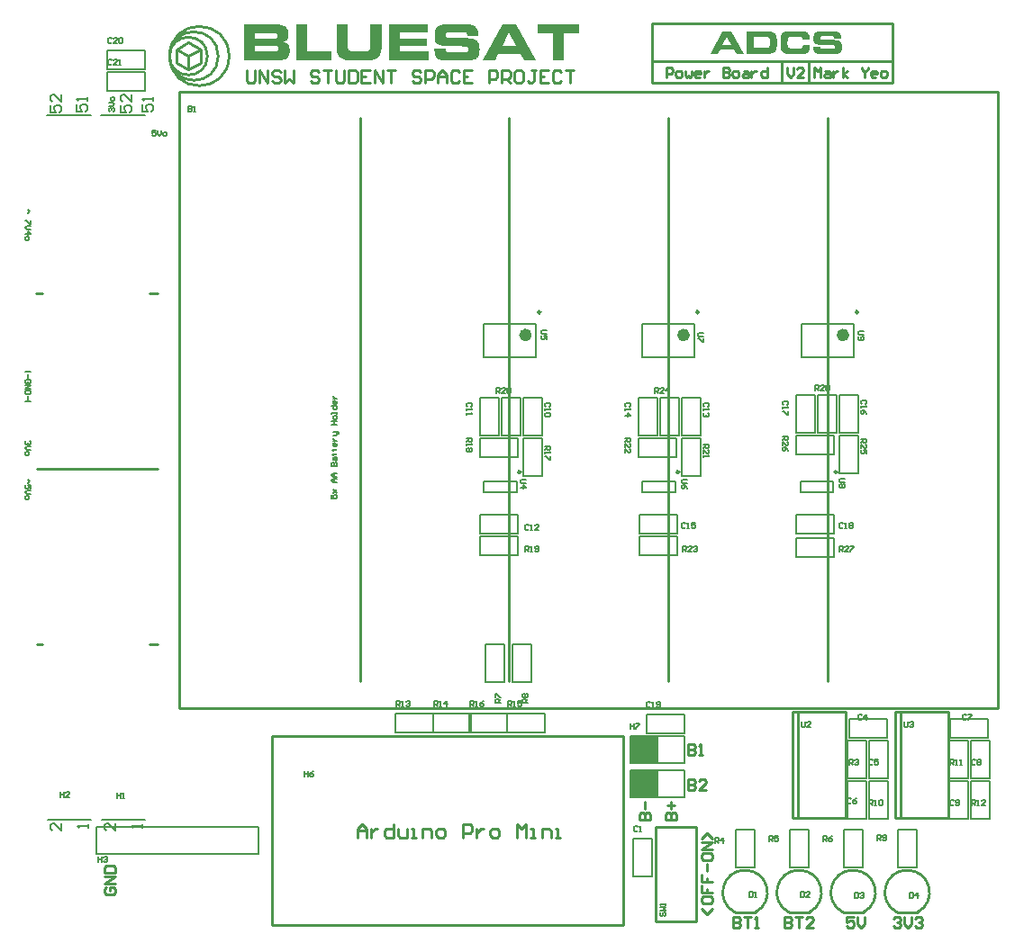
<source format=gto>
G04 Layer_Color=65535*
%FSLAX25Y25*%
%MOIN*%
G70*
G01*
G75*
%ADD14C,0.01000*%
%ADD36C,0.02362*%
%ADD37C,0.00984*%
%ADD38C,0.00500*%
%ADD39C,0.00787*%
%ADD40C,0.00800*%
%ADD41R,0.09962X0.10000*%
G36*
X-219881Y341653D02*
X-230284D01*
Y339529D01*
X-220428D01*
Y336795D01*
X-230284D01*
Y334671D01*
X-219647D01*
Y331500D01*
X-234345D01*
Y344714D01*
X-219881D01*
Y341653D01*
D02*
G37*
G36*
X-205808Y344855D02*
X-205526Y344840D01*
X-205261Y344824D01*
X-205011Y344808D01*
X-204792Y344777D01*
X-204574Y344746D01*
X-204386Y344730D01*
X-204230Y344699D01*
X-204074Y344668D01*
X-203949Y344636D01*
X-203855Y344621D01*
X-203777Y344605D01*
X-203714Y344590D01*
X-203683Y344574D01*
X-203668D01*
X-203308Y344465D01*
X-202996Y344324D01*
X-202730Y344199D01*
X-202527Y344074D01*
X-202356Y343949D01*
X-202231Y343855D01*
X-202168Y343793D01*
X-202137Y343777D01*
X-201949Y343574D01*
X-201809Y343371D01*
X-201684Y343168D01*
X-201606Y342965D01*
X-201543Y342793D01*
X-201496Y342668D01*
X-201465Y342575D01*
Y342559D01*
Y342543D01*
X-201418Y342278D01*
X-201372Y341997D01*
X-201340Y341731D01*
X-201325Y341497D01*
X-201309Y341278D01*
Y341106D01*
Y341044D01*
Y341013D01*
Y340981D01*
Y340966D01*
Y340544D01*
X-205370D01*
Y340794D01*
X-205386Y340888D01*
Y340981D01*
X-205401Y341059D01*
Y341106D01*
X-205417Y341138D01*
Y341153D01*
X-205480Y341325D01*
X-205558Y341466D01*
X-205636Y341544D01*
X-205651Y341575D01*
X-205667D01*
X-205745Y341637D01*
X-205839Y341684D01*
X-206026Y341762D01*
X-206120Y341794D01*
X-206198Y341809D01*
X-206245Y341825D01*
X-206260D01*
X-206417Y341856D01*
X-206589Y341887D01*
X-206776Y341903D01*
X-206948D01*
X-207104Y341918D01*
X-211837D01*
X-212087Y341903D01*
X-212305Y341887D01*
X-212509Y341840D01*
X-212665Y341794D01*
X-212790Y341747D01*
X-212883Y341716D01*
X-212946Y341684D01*
X-212962Y341669D01*
X-213102Y341559D01*
X-213196Y341434D01*
X-213274Y341309D01*
X-213321Y341184D01*
X-213352Y341075D01*
X-213368Y340981D01*
Y340919D01*
Y340888D01*
Y340731D01*
X-213352Y340591D01*
X-213321Y340481D01*
X-213289Y340388D01*
X-213274Y340310D01*
X-213243Y340247D01*
X-213227Y340216D01*
Y340200D01*
X-213165Y340122D01*
X-213071Y340044D01*
X-212852Y339935D01*
X-212758Y339904D01*
X-212665Y339872D01*
X-212602Y339857D01*
X-212587D01*
X-212368Y339826D01*
X-212134Y339794D01*
X-211899Y339763D01*
X-211665Y339747D01*
X-211446D01*
X-211275Y339732D01*
X-210728D01*
X-210306Y339716D01*
X-207698D01*
X-207307Y339701D01*
X-206948D01*
X-206604Y339685D01*
X-206276D01*
X-205979Y339669D01*
X-205714Y339654D01*
X-205480Y339638D01*
X-205276D01*
X-205089Y339622D01*
X-204933Y339607D01*
X-204823D01*
X-204730Y339591D01*
X-204667D01*
X-204386Y339560D01*
X-204136Y339544D01*
X-203886Y339497D01*
X-203652Y339466D01*
X-203449Y339419D01*
X-203246Y339372D01*
X-203074Y339326D01*
X-202918Y339279D01*
X-202762Y339232D01*
X-202637Y339185D01*
X-202543Y339154D01*
X-202449Y339123D01*
X-202387Y339091D01*
X-202340Y339060D01*
X-202309Y339044D01*
X-202293D01*
X-201996Y338857D01*
X-201746Y338654D01*
X-201543Y338451D01*
X-201372Y338248D01*
X-201262Y338060D01*
X-201168Y337904D01*
X-201137Y337842D01*
X-201122Y337795D01*
X-201106Y337779D01*
Y337764D01*
X-200997Y337436D01*
X-200903Y337061D01*
X-200840Y336686D01*
X-200809Y336327D01*
X-200794Y336155D01*
X-200778Y335999D01*
Y335858D01*
X-200762Y335733D01*
Y335639D01*
Y335561D01*
Y335514D01*
Y335499D01*
X-200778Y335015D01*
X-200809Y334593D01*
X-200856Y334233D01*
X-200872Y334062D01*
X-200903Y333921D01*
X-200934Y333781D01*
X-200950Y333671D01*
X-200981Y333577D01*
X-200997Y333499D01*
X-201012Y333421D01*
X-201028Y333374D01*
X-201044Y333359D01*
Y333343D01*
X-201168Y333062D01*
X-201325Y332797D01*
X-201481Y332593D01*
X-201653Y332406D01*
X-201809Y332265D01*
X-201934Y332156D01*
X-202028Y332094D01*
X-202043Y332078D01*
X-202059D01*
X-202356Y331922D01*
X-202668Y331797D01*
X-203012Y331703D01*
X-203324Y331625D01*
X-203621Y331562D01*
X-203746Y331547D01*
X-203839Y331531D01*
X-203933Y331516D01*
X-203996Y331500D01*
X-204058D01*
X-204308Y331469D01*
X-204574Y331453D01*
X-205120Y331422D01*
X-205667Y331391D01*
X-206198Y331375D01*
X-206667D01*
X-206854Y331359D01*
X-212774D01*
X-213227Y331375D01*
X-213633Y331406D01*
X-213821Y331422D01*
X-213977Y331437D01*
X-214133D01*
X-214258Y331453D01*
X-214383Y331469D01*
X-214477Y331484D01*
X-214555D01*
X-214602Y331500D01*
X-214649D01*
X-214992Y331562D01*
X-215320Y331656D01*
X-215586Y331750D01*
X-215820Y331828D01*
X-216007Y331922D01*
X-216148Y331984D01*
X-216226Y332031D01*
X-216257Y332047D01*
X-216476Y332219D01*
X-216648Y332390D01*
X-216804Y332578D01*
X-216945Y332750D01*
X-217038Y332906D01*
X-217101Y333031D01*
X-217148Y333109D01*
X-217163Y333140D01*
X-217257Y333421D01*
X-217319Y333702D01*
X-217382Y333999D01*
X-217413Y334280D01*
X-217429Y334530D01*
Y334640D01*
X-217444Y334733D01*
Y334796D01*
Y334858D01*
Y334890D01*
Y334905D01*
Y335827D01*
X-213383D01*
Y335639D01*
X-213368Y335468D01*
X-213352Y335327D01*
X-213321Y335202D01*
X-213305Y335108D01*
X-213289Y335046D01*
X-213274Y334999D01*
Y334983D01*
X-213180Y334780D01*
X-213071Y334640D01*
X-212977Y334561D01*
X-212962Y334530D01*
X-212946D01*
X-212774Y334437D01*
X-212587Y334374D01*
X-212509Y334359D01*
X-212446D01*
X-212415Y334343D01*
X-212399D01*
X-212134Y334327D01*
X-211899Y334312D01*
X-206432D01*
X-206229Y334327D01*
X-206042D01*
X-205823Y334359D01*
X-205636Y334405D01*
X-205573Y334437D01*
X-205526Y334452D01*
X-205495Y334468D01*
X-205480D01*
X-205308Y334577D01*
X-205183Y334686D01*
X-205120Y334780D01*
X-205089Y334796D01*
Y334811D01*
X-205042Y334905D01*
X-204995Y334999D01*
X-204948Y335202D01*
X-204933Y335280D01*
Y335358D01*
Y335405D01*
Y335421D01*
Y335577D01*
X-204964Y335717D01*
X-204980Y335827D01*
X-205011Y335921D01*
X-205042Y335999D01*
X-205058Y336045D01*
X-205089Y336077D01*
Y336092D01*
X-205167Y336186D01*
X-205276Y336264D01*
X-205386Y336327D01*
X-205511Y336373D01*
X-205636Y336420D01*
X-205730Y336452D01*
X-205792Y336467D01*
X-205823D01*
X-206058Y336514D01*
X-206339Y336545D01*
X-206620Y336577D01*
X-206901Y336592D01*
X-207151Y336608D01*
X-207260D01*
X-207354Y336623D01*
X-207760D01*
X-207994Y336639D01*
X-208510D01*
X-209025Y336655D01*
X-211446D01*
X-211821Y336670D01*
X-212180Y336686D01*
X-212493D01*
X-212805Y336701D01*
X-213071Y336717D01*
X-213321Y336733D01*
X-213540Y336748D01*
X-213742Y336764D01*
X-213899Y336780D01*
X-214039D01*
X-214149Y336795D01*
X-214227Y336811D01*
X-214289D01*
X-214758Y336889D01*
X-215180Y336983D01*
X-215523Y337076D01*
X-215679Y337123D01*
X-215820Y337186D01*
X-215929Y337232D01*
X-216039Y337279D01*
X-216132Y337311D01*
X-216211Y337342D01*
X-216257Y337373D01*
X-216304Y337404D01*
X-216320Y337420D01*
X-216335D01*
X-216570Y337592D01*
X-216773Y337795D01*
X-216929Y337998D01*
X-217054Y338185D01*
X-217132Y338357D01*
X-217195Y338498D01*
X-217226Y338592D01*
X-217241Y338607D01*
Y338623D01*
X-217304Y338935D01*
X-217351Y339263D01*
X-217382Y339607D01*
X-217398Y339919D01*
X-217413Y340200D01*
X-217429Y340310D01*
Y340419D01*
Y340513D01*
Y340575D01*
Y340606D01*
Y340622D01*
Y340950D01*
X-217413Y341263D01*
X-217398Y341544D01*
X-217366Y341794D01*
X-217351Y341997D01*
X-217335Y342153D01*
Y342215D01*
X-217319Y342262D01*
Y342278D01*
Y342293D01*
X-217257Y342575D01*
X-217179Y342840D01*
X-217070Y343059D01*
X-216960Y343262D01*
X-216866Y343418D01*
X-216773Y343543D01*
X-216710Y343605D01*
X-216695Y343637D01*
X-216476Y343840D01*
X-216226Y344012D01*
X-215961Y344168D01*
X-215711Y344293D01*
X-215476Y344387D01*
X-215367Y344433D01*
X-215273Y344465D01*
X-215211Y344496D01*
X-215148Y344512D01*
X-215117Y344527D01*
X-215102D01*
X-214883Y344590D01*
X-214664Y344636D01*
X-214180Y344730D01*
X-213680Y344793D01*
X-213196Y344824D01*
X-212977Y344840D01*
X-212774Y344855D01*
X-212587D01*
X-212415Y344871D01*
X-206120D01*
X-205808Y344855D01*
D02*
G37*
G36*
X-179863Y331500D02*
X-184377D01*
X-185642Y333843D01*
X-193858D01*
X-195045Y331500D01*
X-199575D01*
X-192421Y344714D01*
X-187142D01*
X-179863Y331500D01*
D02*
G37*
G36*
X-163962Y341434D02*
X-169647D01*
Y331500D01*
X-173708D01*
Y341434D01*
X-179410D01*
Y344714D01*
X-163962D01*
Y341434D01*
D02*
G37*
G36*
X-237063Y336202D02*
X-237079Y335749D01*
X-237126Y335327D01*
X-237188Y334936D01*
X-237266Y334577D01*
X-237360Y334249D01*
X-237485Y333952D01*
X-237594Y333671D01*
X-237719Y333437D01*
X-237844Y333218D01*
X-237953Y333031D01*
X-238063Y332890D01*
X-238172Y332750D01*
X-238250Y332656D01*
X-238313Y332593D01*
X-238360Y332546D01*
X-238375Y332531D01*
X-238641Y332328D01*
X-238922Y332140D01*
X-239250Y331984D01*
X-239578Y331859D01*
X-239906Y331734D01*
X-240250Y331641D01*
X-240593Y331562D01*
X-240921Y331500D01*
X-241249Y331453D01*
X-241546Y331422D01*
X-241812Y331391D01*
X-242046Y331375D01*
X-242233D01*
X-242374Y331359D01*
X-248310D01*
X-248825Y331375D01*
X-249294Y331406D01*
X-249731Y331469D01*
X-250137Y331547D01*
X-250512Y331625D01*
X-250856Y331734D01*
X-251152Y331844D01*
X-251418Y331953D01*
X-251668Y332062D01*
X-251871Y332156D01*
X-252043Y332265D01*
X-252183Y332344D01*
X-252293Y332422D01*
X-252371Y332484D01*
X-252418Y332515D01*
X-252433Y332531D01*
X-252668Y332765D01*
X-252855Y333031D01*
X-253027Y333312D01*
X-253183Y333609D01*
X-253308Y333906D01*
X-253417Y334218D01*
X-253495Y334515D01*
X-253573Y334811D01*
X-253620Y335093D01*
X-253667Y335358D01*
X-253683Y335592D01*
X-253714Y335795D01*
Y335967D01*
X-253730Y336092D01*
Y336170D01*
Y336202D01*
Y344714D01*
X-249669D01*
Y337076D01*
Y336842D01*
X-249653Y336639D01*
X-249622Y336436D01*
X-249590Y336264D01*
X-249559Y336092D01*
X-249512Y335952D01*
X-249419Y335702D01*
X-249325Y335514D01*
X-249247Y335389D01*
X-249184Y335311D01*
X-249169Y335280D01*
X-249059Y335186D01*
X-248950Y335108D01*
X-248685Y334968D01*
X-248388Y334874D01*
X-248107Y334811D01*
X-247841Y334780D01*
X-247716Y334765D01*
X-247622D01*
X-247529Y334749D01*
X-243171D01*
X-242952Y334765D01*
X-242764Y334796D01*
X-242593Y334827D01*
X-242437Y334874D01*
X-242296Y334921D01*
X-242046Y335015D01*
X-241874Y335108D01*
X-241734Y335202D01*
X-241671Y335264D01*
X-241640Y335280D01*
X-241546Y335389D01*
X-241468Y335514D01*
X-241343Y335780D01*
X-241249Y336077D01*
X-241187Y336373D01*
X-241156Y336655D01*
X-241140Y336764D01*
X-241124Y336873D01*
Y336951D01*
Y337014D01*
Y337061D01*
Y337076D01*
Y344714D01*
X-237063D01*
Y336202D01*
D02*
G37*
G36*
X-102921Y333833D02*
X-105765D01*
X-106562Y335309D01*
X-111738D01*
X-112486Y333833D01*
X-115339D01*
X-110833Y342157D01*
X-107507D01*
X-102921Y333833D01*
D02*
G37*
G36*
X-82257Y342246D02*
X-82041Y342236D01*
X-81834Y342226D01*
X-81637Y342216D01*
X-81460Y342207D01*
X-81303Y342187D01*
X-81155Y342177D01*
X-81017Y342157D01*
X-80899Y342138D01*
X-80801Y342128D01*
X-80722Y342118D01*
X-80663Y342108D01*
X-80614Y342098D01*
X-80584Y342089D01*
X-80575D01*
X-80289Y342020D01*
X-80033Y341941D01*
X-79827Y341852D01*
X-79650Y341764D01*
X-79512Y341685D01*
X-79413Y341616D01*
X-79354Y341577D01*
X-79335Y341557D01*
X-79187Y341410D01*
X-79059Y341252D01*
X-78971Y341095D01*
X-78892Y340937D01*
X-78833Y340799D01*
X-78803Y340691D01*
X-78784Y340652D01*
Y340622D01*
X-78774Y340603D01*
Y340593D01*
X-78734Y340357D01*
X-78705Y340111D01*
X-78675Y339865D01*
X-78666Y339638D01*
Y339530D01*
X-78656Y339432D01*
Y339343D01*
Y339264D01*
Y339205D01*
Y339156D01*
Y339127D01*
Y339117D01*
X-81214D01*
Y339343D01*
X-81224Y339501D01*
X-81263Y339629D01*
X-81313Y339737D01*
X-81372Y339815D01*
X-81431Y339884D01*
X-81480Y339924D01*
X-81519Y339943D01*
X-81529Y339953D01*
X-81657Y340012D01*
X-81805Y340052D01*
X-81952Y340081D01*
X-82090Y340101D01*
X-82218Y340111D01*
X-82316Y340121D01*
X-85376D01*
X-85534Y340101D01*
X-85672Y340081D01*
X-85790Y340061D01*
X-85888Y340042D01*
X-85957Y340022D01*
X-85996Y340012D01*
X-86016Y340002D01*
X-86124Y339953D01*
X-86223Y339904D01*
X-86301Y339845D01*
X-86370Y339796D01*
X-86429Y339747D01*
X-86469Y339707D01*
X-86488Y339678D01*
X-86498Y339668D01*
X-86557Y339579D01*
X-86606Y339491D01*
X-86646Y339412D01*
X-86675Y339323D01*
X-86695Y339255D01*
X-86715Y339196D01*
X-86725Y339156D01*
Y339146D01*
X-86754Y338910D01*
X-86774Y338792D01*
Y338684D01*
X-86784Y338585D01*
Y338517D01*
Y338467D01*
Y338448D01*
Y337542D01*
Y337385D01*
X-86774Y337237D01*
X-86764Y337109D01*
X-86754Y336991D01*
Y336903D01*
X-86744Y336834D01*
X-86734Y336795D01*
Y336775D01*
X-86705Y336657D01*
X-86675Y336558D01*
X-86636Y336470D01*
X-86606Y336391D01*
X-86567Y336332D01*
X-86547Y336293D01*
X-86528Y336263D01*
X-86518Y336253D01*
X-86449Y336185D01*
X-86380Y336125D01*
X-86233Y336037D01*
X-86164Y336007D01*
X-86114Y335988D01*
X-86075Y335968D01*
X-86065D01*
X-85947Y335939D01*
X-85829Y335919D01*
X-85701Y335899D01*
X-85593Y335889D01*
X-85485D01*
X-85406Y335879D01*
X-82454D01*
X-82316Y335889D01*
X-82188D01*
X-82090Y335899D01*
X-82001D01*
X-81942Y335909D01*
X-81893D01*
X-81795Y335929D01*
X-81706Y335948D01*
X-81627Y335978D01*
X-81559Y336007D01*
X-81509Y336027D01*
X-81470Y336047D01*
X-81450Y336066D01*
X-81440D01*
X-81381Y336116D01*
X-81322Y336175D01*
X-81244Y336283D01*
X-81214Y336332D01*
X-81194Y336371D01*
X-81185Y336401D01*
Y336411D01*
X-81155Y336499D01*
X-81135Y336598D01*
X-81126Y336706D01*
X-81116Y336804D01*
X-81106Y336883D01*
Y336962D01*
Y337001D01*
Y337021D01*
X-78548D01*
Y336244D01*
X-78557Y336047D01*
X-78567Y335870D01*
X-78587Y335702D01*
X-78606Y335555D01*
X-78636Y335427D01*
X-78656Y335338D01*
X-78666Y335279D01*
X-78675Y335269D01*
Y335260D01*
X-78725Y335092D01*
X-78794Y334945D01*
X-78872Y334807D01*
X-78941Y334689D01*
X-79020Y334600D01*
X-79069Y334522D01*
X-79108Y334482D01*
X-79128Y334462D01*
X-79266Y334344D01*
X-79413Y334236D01*
X-79571Y334148D01*
X-79718Y334069D01*
X-79856Y334010D01*
X-79964Y333970D01*
X-80004Y333951D01*
X-80033Y333941D01*
X-80053Y333931D01*
X-80063D01*
X-80299Y333872D01*
X-80565Y333823D01*
X-80821Y333793D01*
X-81067Y333764D01*
X-81185D01*
X-81293Y333754D01*
X-81381D01*
X-81470Y333744D01*
X-85741D01*
X-86055Y333754D01*
X-86351Y333764D01*
X-86606Y333784D01*
X-86725Y333793D01*
X-86833Y333803D01*
X-86941Y333813D01*
X-87020Y333823D01*
X-87098Y333833D01*
X-87167Y333843D01*
X-87217Y333852D01*
X-87256Y333862D01*
X-87285D01*
X-87531Y333921D01*
X-87758Y333990D01*
X-87954Y334069D01*
X-88122Y334138D01*
X-88260Y334216D01*
X-88358Y334276D01*
X-88397Y334295D01*
X-88427Y334315D01*
X-88437Y334325D01*
X-88446D01*
X-88614Y334462D01*
X-88761Y334610D01*
X-88880Y334768D01*
X-88978Y334915D01*
X-89066Y335053D01*
X-89116Y335151D01*
X-89135Y335191D01*
X-89155Y335220D01*
X-89165Y335240D01*
Y335250D01*
X-89244Y335486D01*
X-89303Y335732D01*
X-89352Y335978D01*
X-89381Y336224D01*
X-89391Y336332D01*
X-89401Y336431D01*
Y336519D01*
X-89411Y336598D01*
Y336667D01*
Y336716D01*
Y336745D01*
Y336755D01*
Y339235D01*
X-89401Y339560D01*
X-89372Y339855D01*
X-89352Y339983D01*
X-89332Y340111D01*
X-89312Y340219D01*
X-89283Y340327D01*
X-89263Y340416D01*
X-89244Y340494D01*
X-89224Y340573D01*
X-89204Y340622D01*
X-89184Y340672D01*
X-89175Y340701D01*
X-89165Y340721D01*
Y340731D01*
X-89066Y340937D01*
X-88948Y341124D01*
X-88830Y341282D01*
X-88712Y341419D01*
X-88604Y341518D01*
X-88525Y341597D01*
X-88466Y341636D01*
X-88456Y341656D01*
X-88446D01*
X-88260Y341774D01*
X-88063Y341872D01*
X-87866Y341961D01*
X-87689Y342020D01*
X-87522Y342069D01*
X-87453Y342089D01*
X-87404Y342098D01*
X-87354Y342118D01*
X-87315D01*
X-87295Y342128D01*
X-87285D01*
X-87020Y342167D01*
X-86754Y342207D01*
X-86498Y342226D01*
X-86262Y342236D01*
X-86154Y342246D01*
X-86055D01*
X-85967Y342256D01*
X-82493D01*
X-82257Y342246D01*
D02*
G37*
G36*
X-69839D02*
X-69662Y342236D01*
X-69495Y342226D01*
X-69337Y342216D01*
X-69200Y342197D01*
X-69062Y342177D01*
X-68944Y342167D01*
X-68845Y342148D01*
X-68747Y342128D01*
X-68668Y342108D01*
X-68609Y342098D01*
X-68560Y342089D01*
X-68520Y342079D01*
X-68501Y342069D01*
X-68491D01*
X-68265Y342000D01*
X-68068Y341911D01*
X-67901Y341833D01*
X-67773Y341754D01*
X-67664Y341675D01*
X-67586Y341616D01*
X-67546Y341577D01*
X-67527Y341567D01*
X-67409Y341439D01*
X-67320Y341311D01*
X-67241Y341183D01*
X-67192Y341055D01*
X-67153Y340947D01*
X-67123Y340868D01*
X-67104Y340809D01*
Y340799D01*
Y340790D01*
X-67074Y340622D01*
X-67045Y340445D01*
X-67025Y340278D01*
X-67015Y340130D01*
X-67005Y339993D01*
Y339884D01*
Y339845D01*
Y339825D01*
Y339806D01*
Y339796D01*
Y339530D01*
X-69564D01*
Y339688D01*
X-69573Y339747D01*
Y339806D01*
X-69583Y339855D01*
Y339884D01*
X-69593Y339904D01*
Y339914D01*
X-69632Y340022D01*
X-69682Y340111D01*
X-69731Y340160D01*
X-69741Y340180D01*
X-69750D01*
X-69800Y340219D01*
X-69859Y340248D01*
X-69977Y340298D01*
X-70036Y340317D01*
X-70085Y340327D01*
X-70115Y340337D01*
X-70124D01*
X-70223Y340357D01*
X-70331Y340376D01*
X-70449Y340386D01*
X-70557D01*
X-70656Y340396D01*
X-73637D01*
X-73795Y340386D01*
X-73932Y340376D01*
X-74060Y340347D01*
X-74159Y340317D01*
X-74238Y340288D01*
X-74297Y340268D01*
X-74336Y340248D01*
X-74346Y340239D01*
X-74434Y340170D01*
X-74493Y340091D01*
X-74543Y340012D01*
X-74572Y339934D01*
X-74592Y339865D01*
X-74602Y339806D01*
Y339766D01*
Y339747D01*
Y339648D01*
X-74592Y339560D01*
X-74572Y339491D01*
X-74552Y339432D01*
X-74543Y339383D01*
X-74523Y339343D01*
X-74513Y339323D01*
Y339314D01*
X-74474Y339264D01*
X-74415Y339215D01*
X-74277Y339146D01*
X-74218Y339127D01*
X-74159Y339107D01*
X-74120Y339097D01*
X-74110D01*
X-73972Y339077D01*
X-73824Y339058D01*
X-73677Y339038D01*
X-73529Y339028D01*
X-73391D01*
X-73283Y339018D01*
X-72939D01*
X-72673Y339009D01*
X-71030D01*
X-70784Y338999D01*
X-70557D01*
X-70341Y338989D01*
X-70134D01*
X-69947Y338979D01*
X-69780Y338969D01*
X-69632Y338959D01*
X-69504D01*
X-69386Y338950D01*
X-69288Y338940D01*
X-69219D01*
X-69160Y338930D01*
X-69121D01*
X-68944Y338910D01*
X-68786Y338900D01*
X-68629Y338871D01*
X-68481Y338851D01*
X-68353Y338822D01*
X-68225Y338792D01*
X-68117Y338763D01*
X-68019Y338733D01*
X-67920Y338704D01*
X-67842Y338674D01*
X-67782Y338654D01*
X-67724Y338635D01*
X-67684Y338615D01*
X-67655Y338595D01*
X-67635Y338585D01*
X-67625D01*
X-67438Y338467D01*
X-67281Y338339D01*
X-67153Y338212D01*
X-67045Y338084D01*
X-66976Y337966D01*
X-66917Y337867D01*
X-66897Y337828D01*
X-66887Y337798D01*
X-66877Y337788D01*
Y337779D01*
X-66808Y337572D01*
X-66749Y337336D01*
X-66710Y337100D01*
X-66690Y336873D01*
X-66680Y336765D01*
X-66671Y336667D01*
Y336578D01*
X-66661Y336499D01*
Y336440D01*
Y336391D01*
Y336362D01*
Y336352D01*
X-66671Y336047D01*
X-66690Y335781D01*
X-66720Y335555D01*
X-66730Y335447D01*
X-66749Y335358D01*
X-66769Y335269D01*
X-66779Y335201D01*
X-66799Y335141D01*
X-66808Y335092D01*
X-66818Y335043D01*
X-66828Y335014D01*
X-66838Y335004D01*
Y334994D01*
X-66917Y334817D01*
X-67015Y334649D01*
X-67113Y334522D01*
X-67222Y334403D01*
X-67320Y334315D01*
X-67399Y334246D01*
X-67458Y334207D01*
X-67468Y334197D01*
X-67478D01*
X-67664Y334098D01*
X-67861Y334020D01*
X-68078Y333961D01*
X-68274Y333911D01*
X-68462Y333872D01*
X-68540Y333862D01*
X-68599Y333852D01*
X-68658Y333843D01*
X-68698Y333833D01*
X-68737D01*
X-68894Y333813D01*
X-69062Y333803D01*
X-69406Y333784D01*
X-69750Y333764D01*
X-70085Y333754D01*
X-70380D01*
X-70498Y333744D01*
X-74228D01*
X-74513Y333754D01*
X-74769Y333774D01*
X-74887Y333784D01*
X-74985Y333793D01*
X-75084D01*
X-75163Y333803D01*
X-75241Y333813D01*
X-75300Y333823D01*
X-75349D01*
X-75379Y333833D01*
X-75409D01*
X-75625Y333872D01*
X-75832Y333931D01*
X-75999Y333990D01*
X-76147Y334039D01*
X-76265Y334098D01*
X-76353Y334138D01*
X-76402Y334167D01*
X-76422Y334177D01*
X-76560Y334285D01*
X-76668Y334394D01*
X-76766Y334512D01*
X-76855Y334620D01*
X-76914Y334718D01*
X-76953Y334797D01*
X-76983Y334846D01*
X-76993Y334866D01*
X-77052Y335043D01*
X-77091Y335220D01*
X-77131Y335407D01*
X-77150Y335584D01*
X-77160Y335742D01*
Y335811D01*
X-77170Y335870D01*
Y335909D01*
Y335948D01*
Y335968D01*
Y335978D01*
Y336558D01*
X-74612D01*
Y336440D01*
X-74602Y336332D01*
X-74592Y336244D01*
X-74572Y336165D01*
X-74562Y336106D01*
X-74552Y336066D01*
X-74543Y336037D01*
Y336027D01*
X-74484Y335899D01*
X-74415Y335811D01*
X-74356Y335761D01*
X-74346Y335742D01*
X-74336D01*
X-74228Y335683D01*
X-74110Y335643D01*
X-74060Y335633D01*
X-74021D01*
X-74001Y335624D01*
X-73992D01*
X-73824Y335614D01*
X-73677Y335604D01*
X-70233D01*
X-70105Y335614D01*
X-69987D01*
X-69849Y335633D01*
X-69731Y335663D01*
X-69691Y335683D01*
X-69662Y335693D01*
X-69642Y335702D01*
X-69632D01*
X-69524Y335771D01*
X-69446Y335840D01*
X-69406Y335899D01*
X-69386Y335909D01*
Y335919D01*
X-69357Y335978D01*
X-69327Y336037D01*
X-69298Y336165D01*
X-69288Y336214D01*
Y336263D01*
Y336293D01*
Y336303D01*
Y336401D01*
X-69308Y336490D01*
X-69318Y336558D01*
X-69337Y336617D01*
X-69357Y336667D01*
X-69367Y336696D01*
X-69386Y336716D01*
Y336726D01*
X-69436Y336785D01*
X-69504Y336834D01*
X-69573Y336873D01*
X-69652Y336903D01*
X-69731Y336932D01*
X-69790Y336952D01*
X-69829Y336962D01*
X-69849D01*
X-69997Y336991D01*
X-70174Y337011D01*
X-70351Y337031D01*
X-70528Y337041D01*
X-70685Y337050D01*
X-70754D01*
X-70813Y337060D01*
X-71069D01*
X-71217Y337070D01*
X-71541D01*
X-71866Y337080D01*
X-73391D01*
X-73628Y337090D01*
X-73854Y337100D01*
X-74051D01*
X-74247Y337109D01*
X-74415Y337119D01*
X-74572Y337129D01*
X-74710Y337139D01*
X-74838Y337149D01*
X-74936Y337159D01*
X-75025D01*
X-75094Y337169D01*
X-75143Y337178D01*
X-75182D01*
X-75477Y337228D01*
X-75743Y337287D01*
X-75960Y337346D01*
X-76058Y337375D01*
X-76147Y337415D01*
X-76215Y337444D01*
X-76284Y337474D01*
X-76343Y337493D01*
X-76393Y337513D01*
X-76422Y337533D01*
X-76452Y337552D01*
X-76461Y337562D01*
X-76471D01*
X-76619Y337670D01*
X-76747Y337798D01*
X-76845Y337926D01*
X-76924Y338044D01*
X-76973Y338153D01*
X-77012Y338241D01*
X-77032Y338300D01*
X-77042Y338310D01*
Y338320D01*
X-77081Y338517D01*
X-77111Y338723D01*
X-77131Y338940D01*
X-77140Y339137D01*
X-77150Y339314D01*
X-77160Y339383D01*
Y339451D01*
Y339510D01*
Y339550D01*
Y339569D01*
Y339579D01*
Y339786D01*
X-77150Y339983D01*
X-77140Y340160D01*
X-77121Y340317D01*
X-77111Y340445D01*
X-77101Y340544D01*
Y340583D01*
X-77091Y340613D01*
Y340622D01*
Y340632D01*
X-77052Y340809D01*
X-77003Y340977D01*
X-76934Y341114D01*
X-76865Y341242D01*
X-76806Y341341D01*
X-76747Y341419D01*
X-76707Y341459D01*
X-76698Y341478D01*
X-76560Y341606D01*
X-76402Y341715D01*
X-76235Y341813D01*
X-76078Y341892D01*
X-75930Y341951D01*
X-75861Y341980D01*
X-75802Y342000D01*
X-75763Y342020D01*
X-75723Y342030D01*
X-75704Y342039D01*
X-75694D01*
X-75556Y342079D01*
X-75418Y342108D01*
X-75113Y342167D01*
X-74798Y342207D01*
X-74493Y342226D01*
X-74356Y342236D01*
X-74228Y342246D01*
X-74110D01*
X-74001Y342256D01*
X-70036D01*
X-69839Y342246D01*
D02*
G37*
G36*
X-275473Y344683D02*
X-275114Y344652D01*
X-274817Y344621D01*
X-274676Y344605D01*
X-274551Y344590D01*
X-274458Y344574D01*
X-274364Y344558D01*
X-274301Y344543D01*
X-274254D01*
X-274223Y344527D01*
X-274207D01*
X-273880Y344449D01*
X-273583Y344371D01*
X-273333Y344262D01*
X-273114Y344168D01*
X-272942Y344090D01*
X-272817Y344012D01*
X-272739Y343965D01*
X-272708Y343949D01*
X-272489Y343793D01*
X-272302Y343605D01*
X-272146Y343434D01*
X-272021Y343262D01*
X-271927Y343106D01*
X-271865Y342981D01*
X-271818Y342903D01*
X-271802Y342887D01*
Y342871D01*
X-271708Y342621D01*
X-271630Y342340D01*
X-271583Y342075D01*
X-271536Y341809D01*
X-271521Y341590D01*
X-271505Y341403D01*
Y341341D01*
Y341294D01*
Y341263D01*
Y341247D01*
Y340934D01*
X-271536Y340669D01*
X-271552Y340435D01*
X-271583Y340232D01*
X-271615Y340075D01*
X-271630Y339950D01*
X-271661Y339888D01*
Y339857D01*
X-271724Y339669D01*
X-271786Y339497D01*
X-271849Y339357D01*
X-271911Y339232D01*
X-271974Y339123D01*
X-272021Y339060D01*
X-272052Y339013D01*
X-272068Y338998D01*
X-272271Y338779D01*
X-272474Y338623D01*
X-272567Y338576D01*
X-272630Y338529D01*
X-272677Y338513D01*
X-272692Y338498D01*
X-272958Y338388D01*
X-273098Y338342D01*
X-273223Y338295D01*
X-273317Y338264D01*
X-273395Y338232D01*
X-273458Y338217D01*
X-273473D01*
Y338154D01*
X-273239Y338123D01*
X-273005Y338076D01*
X-272802Y338014D01*
X-272614Y337951D01*
X-272443Y337873D01*
X-272302Y337795D01*
X-272161Y337717D01*
X-272036Y337639D01*
X-271849Y337498D01*
X-271708Y337373D01*
X-271630Y337279D01*
X-271599Y337264D01*
Y337248D01*
X-271505Y337108D01*
X-271412Y336936D01*
X-271271Y336577D01*
X-271177Y336202D01*
X-271099Y335842D01*
X-271068Y335514D01*
X-271052Y335374D01*
Y335249D01*
X-271037Y335139D01*
Y335061D01*
Y335015D01*
Y334999D01*
X-271052Y334608D01*
X-271083Y334265D01*
X-271130Y333952D01*
X-271193Y333702D01*
X-271255Y333499D01*
X-271302Y333343D01*
X-271334Y333249D01*
X-271349Y333234D01*
Y333218D01*
X-271474Y332968D01*
X-271599Y332765D01*
X-271740Y332578D01*
X-271880Y332422D01*
X-272005Y332297D01*
X-272099Y332219D01*
X-272161Y332156D01*
X-272193Y332140D01*
X-272396Y332015D01*
X-272614Y331906D01*
X-272833Y331812D01*
X-273036Y331750D01*
X-273208Y331687D01*
X-273348Y331656D01*
X-273442Y331625D01*
X-273473D01*
X-274036Y331547D01*
X-274301Y331531D01*
X-274551Y331516D01*
X-274770Y331500D01*
X-288000D01*
Y344714D01*
X-275879D01*
X-275473Y344683D01*
D02*
G37*
G36*
X-93878Y342148D02*
X-93563Y342128D01*
X-93426Y342118D01*
X-93288Y342108D01*
X-93170Y342089D01*
X-93062Y342079D01*
X-92953Y342059D01*
X-92865Y342039D01*
X-92786Y342030D01*
X-92727Y342020D01*
X-92678Y342010D01*
X-92638Y342000D01*
X-92619Y341990D01*
X-92609D01*
X-92373Y341921D01*
X-92166Y341843D01*
X-91979Y341764D01*
X-91831Y341675D01*
X-91704Y341597D01*
X-91615Y341537D01*
X-91566Y341498D01*
X-91546Y341478D01*
X-91399Y341341D01*
X-91280Y341193D01*
X-91182Y341045D01*
X-91093Y340898D01*
X-91034Y340770D01*
X-90985Y340662D01*
X-90975Y340632D01*
X-90966Y340603D01*
X-90956Y340583D01*
Y340573D01*
X-90897Y340357D01*
X-90847Y340130D01*
X-90818Y339914D01*
X-90788Y339707D01*
X-90779Y339530D01*
Y339451D01*
X-90769Y339383D01*
Y339333D01*
Y339284D01*
Y339264D01*
Y339255D01*
Y336726D01*
X-90779Y336450D01*
X-90798Y336194D01*
X-90828Y335968D01*
X-90857Y335781D01*
X-90877Y335693D01*
X-90897Y335624D01*
X-90916Y335555D01*
X-90926Y335506D01*
X-90936Y335466D01*
X-90946Y335437D01*
X-90956Y335417D01*
Y335407D01*
X-91034Y335210D01*
X-91123Y335033D01*
X-91221Y334876D01*
X-91320Y334748D01*
X-91408Y334640D01*
X-91477Y334571D01*
X-91526Y334522D01*
X-91546Y334502D01*
X-91704Y334374D01*
X-91881Y334276D01*
X-92058Y334187D01*
X-92225Y334118D01*
X-92383Y334059D01*
X-92442Y334039D01*
X-92501Y334020D01*
X-92550Y334010D01*
X-92579Y334000D01*
X-92599Y333990D01*
X-92609D01*
X-92865Y333941D01*
X-93140Y333902D01*
X-93406Y333872D01*
X-93662Y333852D01*
X-93780Y333843D01*
X-93977D01*
X-94065Y333833D01*
X-101927D01*
Y342157D01*
X-94223D01*
X-93878Y342148D01*
D02*
G37*
G36*
X-264554Y334890D02*
X-255448D01*
Y331500D01*
X-268616D01*
Y344714D01*
X-264554D01*
Y334890D01*
D02*
G37*
%LPC*%
G36*
X-189781Y341637D02*
X-192343Y336686D01*
X-187157D01*
X-189781Y341637D01*
D02*
G37*
G36*
X-109170Y340219D02*
X-110783Y337100D01*
X-107516D01*
X-109170Y340219D01*
D02*
G37*
G36*
X-276676Y341544D02*
X-283939D01*
Y339482D01*
X-276769D01*
X-276566Y339497D01*
X-276379Y339513D01*
X-276238Y339544D01*
X-276113Y339591D01*
X-276004Y339638D01*
X-275941Y339669D01*
X-275894Y339685D01*
X-275879Y339701D01*
X-275769Y339810D01*
X-275691Y339919D01*
X-275645Y340060D01*
X-275598Y340185D01*
X-275582Y340310D01*
X-275567Y340403D01*
Y340466D01*
Y340497D01*
X-275582Y340700D01*
X-275613Y340872D01*
X-275660Y341013D01*
X-275723Y341122D01*
X-275785Y341200D01*
X-275832Y341263D01*
X-275863Y341294D01*
X-275879Y341309D01*
X-276004Y341388D01*
X-276144Y341450D01*
X-276301Y341481D01*
X-276441Y341512D01*
X-276566Y341528D01*
X-276676Y341544D01*
D02*
G37*
G36*
X-276566Y336748D02*
X-283939D01*
Y334671D01*
X-276676D01*
X-276441Y334686D01*
X-276238Y334702D01*
X-276051Y334733D01*
X-275894Y334765D01*
X-275769Y334796D01*
X-275691Y334827D01*
X-275629Y334858D01*
X-275613D01*
X-275473Y334952D01*
X-275379Y335061D01*
X-275301Y335186D01*
X-275254Y335327D01*
X-275223Y335436D01*
X-275207Y335546D01*
Y335608D01*
Y335639D01*
X-275223Y335874D01*
X-275270Y336061D01*
X-275332Y336217D01*
X-275410Y336342D01*
X-275488Y336420D01*
X-275551Y336483D01*
X-275598Y336514D01*
X-275613Y336530D01*
X-275769Y336608D01*
X-275957Y336655D01*
X-276129Y336701D01*
X-276301Y336717D01*
X-276441Y336733D01*
X-276566Y336748D01*
D02*
G37*
G36*
X-94705Y340091D02*
X-99369D01*
Y335968D01*
X-94705D01*
X-94567Y335978D01*
X-94449Y335988D01*
X-94350Y336007D01*
X-94262Y336017D01*
X-94203Y336027D01*
X-94164Y336037D01*
X-94154D01*
X-94046Y336066D01*
X-93957Y336106D01*
X-93878Y336135D01*
X-93809Y336175D01*
X-93750Y336214D01*
X-93711Y336234D01*
X-93691Y336253D01*
X-93681Y336263D01*
X-93622Y336332D01*
X-93563Y336401D01*
X-93485Y336549D01*
X-93455Y336617D01*
X-93435Y336667D01*
X-93416Y336706D01*
Y336716D01*
X-93386Y336834D01*
X-93366Y336962D01*
X-93347Y337080D01*
X-93337Y337198D01*
X-93327Y337306D01*
Y337385D01*
Y337444D01*
Y337464D01*
Y338585D01*
Y338743D01*
X-93337Y338891D01*
X-93357Y339018D01*
X-93366Y339127D01*
X-93386Y339205D01*
X-93406Y339274D01*
X-93416Y339314D01*
Y339323D01*
X-93455Y339432D01*
X-93494Y339520D01*
X-93534Y339599D01*
X-93583Y339658D01*
X-93622Y339707D01*
X-93652Y339747D01*
X-93672Y339766D01*
X-93681Y339776D01*
X-93750Y339835D01*
X-93829Y339884D01*
X-93986Y339953D01*
X-94055Y339983D01*
X-94104Y340002D01*
X-94144Y340012D01*
X-94154D01*
X-94262Y340042D01*
X-94380Y340061D01*
X-94498Y340071D01*
X-94606Y340081D01*
X-94705Y340091D01*
D02*
G37*
%LPD*%
D14*
X-293500Y333000D02*
G03*
X-293500Y333000I-11000J0D01*
G01*
X-297500D02*
G03*
X-297500Y333000I-9000J0D01*
G01*
X-301500D02*
G03*
X-301500Y333000I-7000J0D01*
G01*
X-38676Y15839D02*
G03*
X-46351Y15853I-3824J7330D01*
G01*
X-58676Y15839D02*
G03*
X-66351Y15853I-3824J7330D01*
G01*
X-78676Y15839D02*
G03*
X-86351Y15853I-3824J7330D01*
G01*
X-98676Y15839D02*
G03*
X-106351Y15853I-3824J7330D01*
G01*
X-313000Y335500D02*
X-308500Y338000D01*
X-304000Y335500D01*
X-308500Y333000D02*
X-304000Y335500D01*
Y330500D02*
Y335500D01*
X-313000Y330500D02*
Y335500D01*
X-308500Y333000D01*
Y328000D02*
X-304000Y330500D01*
X-313000D02*
X-308500Y328000D01*
Y333000D01*
X-137000Y345000D02*
X-48000D01*
Y323000D02*
Y345000D01*
X-79000Y323000D02*
Y331000D01*
X-137000Y323000D02*
X-48000D01*
X-137000D02*
Y345000D01*
Y331000D02*
X-48000D01*
X-364500Y180000D02*
X-320000D01*
X-365000Y245000D02*
X-362500D01*
X-323000D02*
X-320000D01*
X-364500Y115000D02*
X-362500D01*
X-323000D02*
X-320000D01*
X-89000Y323000D02*
Y331000D01*
X-27158Y50657D02*
Y90028D01*
X-46843D02*
X-27158D01*
X-46843Y50657D02*
Y90028D01*
Y50657D02*
X-27158D01*
X-44874D02*
Y90028D01*
X-65158Y50657D02*
Y90028D01*
X-84842D02*
X-65158D01*
X-84842Y50657D02*
Y90028D01*
Y50657D02*
X-65158D01*
X-82874D02*
Y90028D01*
X-277500Y11000D02*
X-147500D01*
Y81000D01*
X-277500D02*
X-147500D01*
X-277500Y11000D02*
Y81000D01*
X-71842Y101342D02*
Y310004D01*
X-130898Y101342D02*
Y310004D01*
X-189953Y101342D02*
Y310004D01*
X-245071Y101342D02*
Y310004D01*
X-312000Y91500D02*
Y319847D01*
X-8850D01*
Y91500D02*
Y319847D01*
X-312000Y91500D02*
X-8850D01*
X-46351Y15853D02*
X-38676Y15839D01*
X-66351Y15853D02*
X-58676Y15839D01*
X-86351Y15853D02*
X-78676Y15839D01*
X-106351Y15853D02*
X-98676Y15839D01*
X-120500Y12500D02*
Y47500D01*
X-135500Y12500D02*
X-120500D01*
X-135500D02*
Y47500D01*
X-120500D01*
X-76912Y325251D02*
Y328749D01*
X-75746Y327583D01*
X-74580Y328749D01*
Y325251D01*
X-72830Y327583D02*
X-71664D01*
X-71081Y327000D01*
Y325251D01*
X-72830D01*
X-73413Y325834D01*
X-72830Y326417D01*
X-71081D01*
X-69915Y327583D02*
Y325251D01*
Y326417D01*
X-69331Y327000D01*
X-68748Y327583D01*
X-68165D01*
X-66416Y325251D02*
Y328749D01*
Y326417D02*
X-64666Y327583D01*
X-66416Y326417D02*
X-64666Y325251D01*
X-59418Y328749D02*
Y328166D01*
X-58252Y327000D01*
X-57085Y328166D01*
Y328749D01*
X-58252Y327000D02*
Y325251D01*
X-54170D02*
X-55336D01*
X-55919Y325834D01*
Y327000D01*
X-55336Y327583D01*
X-54170D01*
X-53587Y327000D01*
Y326417D01*
X-55919D01*
X-51837Y325251D02*
X-50671D01*
X-50088Y325834D01*
Y327000D01*
X-50671Y327583D01*
X-51837D01*
X-52420Y327000D01*
Y325834D01*
X-51837Y325251D01*
X-131661D02*
Y328749D01*
X-129911D01*
X-129328Y328166D01*
Y327000D01*
X-129911Y326417D01*
X-131661D01*
X-127579Y325251D02*
X-126412D01*
X-125829Y325834D01*
Y327000D01*
X-126412Y327583D01*
X-127579D01*
X-128162Y327000D01*
Y325834D01*
X-127579Y325251D01*
X-124663Y327583D02*
Y325834D01*
X-124080Y325251D01*
X-123497Y325834D01*
X-122914Y325251D01*
X-122330Y325834D01*
Y327583D01*
X-119415Y325251D02*
X-120581D01*
X-121164Y325834D01*
Y327000D01*
X-120581Y327583D01*
X-119415D01*
X-118831Y327000D01*
Y326417D01*
X-121164D01*
X-117665Y327583D02*
Y325251D01*
Y326417D01*
X-117082Y327000D01*
X-116499Y327583D01*
X-115916D01*
X-110667Y328749D02*
Y325251D01*
X-108918D01*
X-108335Y325834D01*
Y326417D01*
X-108918Y327000D01*
X-110667D01*
X-108918D01*
X-108335Y327583D01*
Y328166D01*
X-108918Y328749D01*
X-110667D01*
X-106585Y325251D02*
X-105419D01*
X-104836Y325834D01*
Y327000D01*
X-105419Y327583D01*
X-106585D01*
X-107169Y327000D01*
Y325834D01*
X-106585Y325251D01*
X-103086Y327583D02*
X-101920D01*
X-101337Y327000D01*
Y325251D01*
X-103086D01*
X-103670Y325834D01*
X-103086Y326417D01*
X-101337D01*
X-100171Y327583D02*
Y325251D01*
Y326417D01*
X-99588Y327000D01*
X-99005Y327583D01*
X-98421D01*
X-94339Y328749D02*
Y325251D01*
X-96089D01*
X-96672Y325834D01*
Y327000D01*
X-96089Y327583D01*
X-94339D01*
X-86916Y328749D02*
Y326417D01*
X-85749Y325251D01*
X-84583Y326417D01*
Y328749D01*
X-81084Y325251D02*
X-83417D01*
X-81084Y327583D01*
Y328166D01*
X-81667Y328749D01*
X-82834D01*
X-83417Y328166D01*
X-114500Y16999D02*
X-116499Y15000D01*
X-118499Y16999D01*
Y20998D02*
Y19665D01*
X-117832Y18999D01*
X-115166D01*
X-114500Y19665D01*
Y20998D01*
X-115166Y21665D01*
X-117832D01*
X-118499Y20998D01*
Y25663D02*
Y22997D01*
X-116499D01*
Y24330D01*
Y22997D01*
X-114500D01*
X-118499Y29662D02*
Y26996D01*
X-116499D01*
Y28329D01*
Y26996D01*
X-114500D01*
X-116499Y30995D02*
Y33661D01*
X-118499Y36993D02*
Y35660D01*
X-117832Y34993D01*
X-115166D01*
X-114500Y35660D01*
Y36993D01*
X-115166Y37659D01*
X-117832D01*
X-118499Y36993D01*
X-114500Y38992D02*
X-118499D01*
X-114500Y41658D01*
X-118499D01*
X-114500Y42991D02*
X-116499Y44990D01*
X-118499Y42991D01*
X-287000Y327723D02*
Y323787D01*
X-286213Y323000D01*
X-284639D01*
X-283851Y323787D01*
Y327723D01*
X-282277Y323000D02*
Y327723D01*
X-279129Y323000D01*
Y327723D01*
X-274406Y326936D02*
X-275193Y327723D01*
X-276767D01*
X-277554Y326936D01*
Y326149D01*
X-276767Y325361D01*
X-275193D01*
X-274406Y324574D01*
Y323787D01*
X-275193Y323000D01*
X-276767D01*
X-277554Y323787D01*
X-272831Y327723D02*
Y323000D01*
X-271257Y324574D01*
X-269683Y323000D01*
Y327723D01*
X-260237Y326936D02*
X-261024Y327723D01*
X-262598D01*
X-263386Y326936D01*
Y326149D01*
X-262598Y325361D01*
X-261024D01*
X-260237Y324574D01*
Y323787D01*
X-261024Y323000D01*
X-262598D01*
X-263386Y323787D01*
X-258663Y327723D02*
X-255514D01*
X-257088D01*
Y323000D01*
X-253940Y327723D02*
Y323787D01*
X-253153Y323000D01*
X-251578D01*
X-250791Y323787D01*
Y327723D01*
X-249217D02*
Y323000D01*
X-246855D01*
X-246068Y323787D01*
Y326936D01*
X-246855Y327723D01*
X-249217D01*
X-241346D02*
X-244494D01*
Y323000D01*
X-241346D01*
X-244494Y325361D02*
X-242920D01*
X-239771Y323000D02*
Y327723D01*
X-236623Y323000D01*
Y327723D01*
X-235048D02*
X-231900D01*
X-233474D01*
Y323000D01*
X-222454Y326936D02*
X-223241Y327723D01*
X-224815D01*
X-225603Y326936D01*
Y326149D01*
X-224815Y325361D01*
X-223241D01*
X-222454Y324574D01*
Y323787D01*
X-223241Y323000D01*
X-224815D01*
X-225603Y323787D01*
X-220880Y323000D02*
Y327723D01*
X-218518D01*
X-217731Y326936D01*
Y325361D01*
X-218518Y324574D01*
X-220880D01*
X-216157Y323000D02*
Y326149D01*
X-214582Y327723D01*
X-213008Y326149D01*
Y323000D01*
Y325361D01*
X-216157D01*
X-208285Y326936D02*
X-209072Y327723D01*
X-210647D01*
X-211434Y326936D01*
Y323787D01*
X-210647Y323000D01*
X-209072D01*
X-208285Y323787D01*
X-203562Y327723D02*
X-206711D01*
Y323000D01*
X-203562D01*
X-206711Y325361D02*
X-205137D01*
X-197265Y323000D02*
Y327723D01*
X-194904D01*
X-194117Y326936D01*
Y325361D01*
X-194904Y324574D01*
X-197265D01*
X-192542Y323000D02*
Y327723D01*
X-190181D01*
X-189394Y326936D01*
Y325361D01*
X-190181Y324574D01*
X-192542D01*
X-190968D02*
X-189394Y323000D01*
X-185458Y327723D02*
X-187032D01*
X-187820Y326936D01*
Y323787D01*
X-187032Y323000D01*
X-185458D01*
X-184671Y323787D01*
Y326936D01*
X-185458Y327723D01*
X-179948D02*
X-181522D01*
X-180735D01*
Y323787D01*
X-181522Y323000D01*
X-182309D01*
X-183097Y323787D01*
X-175225Y327723D02*
X-178374D01*
Y323000D01*
X-175225D01*
X-178374Y325361D02*
X-176799D01*
X-170502Y326936D02*
X-171289Y327723D01*
X-172864D01*
X-173651Y326936D01*
Y323787D01*
X-172864Y323000D01*
X-171289D01*
X-170502Y323787D01*
X-168928Y327723D02*
X-165779D01*
X-167354D01*
Y323000D01*
X-107000Y13999D02*
Y10000D01*
X-105001D01*
X-104334Y10667D01*
Y11333D01*
X-105001Y11999D01*
X-107000D01*
X-105001D01*
X-104334Y12666D01*
Y13332D01*
X-105001Y13999D01*
X-107000D01*
X-103001D02*
X-100336D01*
X-101668D01*
Y10000D01*
X-99003D02*
X-97670D01*
X-98336D01*
Y13999D01*
X-99003Y13332D01*
X-88000Y13999D02*
Y10000D01*
X-86001D01*
X-85334Y10667D01*
Y11333D01*
X-86001Y11999D01*
X-88000D01*
X-86001D01*
X-85334Y12666D01*
Y13332D01*
X-86001Y13999D01*
X-88000D01*
X-84001D02*
X-81336D01*
X-82668D01*
Y10000D01*
X-77337D02*
X-80003D01*
X-77337Y12666D01*
Y13332D01*
X-78003Y13999D01*
X-79336D01*
X-80003Y13332D01*
X-62334Y13999D02*
X-65000D01*
Y11999D01*
X-63667Y12666D01*
X-63001D01*
X-62334Y11999D01*
Y10667D01*
X-63001Y10000D01*
X-64334D01*
X-65000Y10667D01*
X-61001Y13999D02*
Y11333D01*
X-59668Y10000D01*
X-58336Y11333D01*
Y13999D01*
X-47500Y13332D02*
X-46834Y13999D01*
X-45501D01*
X-44834Y13332D01*
Y12666D01*
X-45501Y11999D01*
X-46167D01*
X-45501D01*
X-44834Y11333D01*
Y10667D01*
X-45501Y10000D01*
X-46834D01*
X-47500Y10667D01*
X-43501Y13999D02*
Y11333D01*
X-42168Y10000D01*
X-40835Y11333D01*
Y13999D01*
X-39503Y13332D02*
X-38836Y13999D01*
X-37503D01*
X-36837Y13332D01*
Y12666D01*
X-37503Y11999D01*
X-38170D01*
X-37503D01*
X-36837Y11333D01*
Y10667D01*
X-37503Y10000D01*
X-38836D01*
X-39503Y10667D01*
X-338832Y25166D02*
X-339499Y24499D01*
Y23167D01*
X-338832Y22500D01*
X-336166D01*
X-335500Y23167D01*
Y24499D01*
X-336166Y25166D01*
X-337499D01*
Y23833D01*
X-335500Y26499D02*
X-339499D01*
X-335500Y29164D01*
X-339499D01*
Y30497D02*
X-335500D01*
Y32497D01*
X-336166Y33163D01*
X-338832D01*
X-339499Y32497D01*
Y30497D01*
X-131999Y50000D02*
X-128000D01*
Y51999D01*
X-128666Y52666D01*
X-129333D01*
X-129999Y51999D01*
Y50000D01*
Y51999D01*
X-130666Y52666D01*
X-131332D01*
X-131999Y51999D01*
Y50000D01*
X-129999Y53999D02*
Y56665D01*
X-131332Y55332D02*
X-128666D01*
X-141499Y50000D02*
X-137500D01*
Y51999D01*
X-138166Y52666D01*
X-138833D01*
X-139499Y51999D01*
Y50000D01*
Y51999D01*
X-140166Y52666D01*
X-140832D01*
X-141499Y51999D01*
Y50000D01*
X-139499Y53999D02*
Y56665D01*
X-246000Y43500D02*
Y46832D01*
X-244334Y48498D01*
X-242668Y46832D01*
Y43500D01*
Y45999D01*
X-246000D01*
X-241002Y46832D02*
Y43500D01*
Y45166D01*
X-240169Y45999D01*
X-239335Y46832D01*
X-238502D01*
X-232671Y48498D02*
Y43500D01*
X-235170D01*
X-236003Y44333D01*
Y45999D01*
X-235170Y46832D01*
X-232671D01*
X-231005D02*
Y44333D01*
X-230172Y43500D01*
X-227673D01*
Y46832D01*
X-226007Y43500D02*
X-224340D01*
X-225173D01*
Y46832D01*
X-226007D01*
X-221841Y43500D02*
Y46832D01*
X-219342D01*
X-218509Y45999D01*
Y43500D01*
X-216010D02*
X-214344D01*
X-213510Y44333D01*
Y45999D01*
X-214344Y46832D01*
X-216010D01*
X-216843Y45999D01*
Y44333D01*
X-216010Y43500D01*
X-206846D02*
Y48498D01*
X-204347D01*
X-203514Y47665D01*
Y45999D01*
X-204347Y45166D01*
X-206846D01*
X-201848Y46832D02*
Y43500D01*
Y45166D01*
X-201015Y45999D01*
X-200182Y46832D01*
X-199348D01*
X-196016Y43500D02*
X-194350D01*
X-193517Y44333D01*
Y45999D01*
X-194350Y46832D01*
X-196016D01*
X-196849Y45999D01*
Y44333D01*
X-196016Y43500D01*
X-186853D02*
Y48498D01*
X-185186Y46832D01*
X-183520Y48498D01*
Y43500D01*
X-181854D02*
X-180188D01*
X-181021D01*
Y46832D01*
X-181854D01*
X-177689Y43500D02*
Y46832D01*
X-175190D01*
X-174356Y45999D01*
Y43500D01*
X-172690D02*
X-171024D01*
X-171857D01*
Y46832D01*
X-172690D01*
X-123500Y77999D02*
Y74000D01*
X-121501D01*
X-120834Y74666D01*
Y75333D01*
X-121501Y75999D01*
X-123500D01*
X-121501D01*
X-120834Y76666D01*
Y77332D01*
X-121501Y77999D01*
X-123500D01*
X-119501Y74000D02*
X-118168D01*
X-118835D01*
Y77999D01*
X-119501Y77332D01*
X-123500Y64999D02*
Y61000D01*
X-121501D01*
X-120834Y61666D01*
Y62333D01*
X-121501Y62999D01*
X-123500D01*
X-121501D01*
X-120834Y63666D01*
Y64332D01*
X-121501Y64999D01*
X-123500D01*
X-116835Y61000D02*
X-119501D01*
X-116835Y63666D01*
Y64332D01*
X-117502Y64999D01*
X-118835D01*
X-119501Y64332D01*
D36*
X-65110Y229665D02*
G03*
X-65110Y229665I-1181J0D01*
G01*
X-124110D02*
G03*
X-124110Y229665I-1181J0D01*
G01*
X-182610D02*
G03*
X-182610Y229665I-1181J0D01*
G01*
D37*
X-60661Y238130D02*
G03*
X-60661Y238130I-492J0D01*
G01*
X-68421Y178913D02*
G03*
X-68421Y178913I-492J0D01*
G01*
X-119661Y238130D02*
G03*
X-119661Y238130I-492J0D01*
G01*
X-126921Y178913D02*
G03*
X-126921Y178913I-492J0D01*
G01*
X-185579D02*
G03*
X-185579Y178913I-492J0D01*
G01*
X-178161Y238130D02*
G03*
X-178161Y238130I-492J0D01*
G01*
D38*
X-139000Y89000D02*
X-125000D01*
X-139000Y82000D02*
X-125000Y82000D01*
Y89000D01*
X-139000Y82000D02*
X-139000Y89000D01*
X-338500Y328000D02*
X-324500D01*
X-338500Y335000D02*
X-324500Y335000D01*
X-338500Y328000D02*
Y335000D01*
X-324500Y328000D02*
X-324500Y335000D01*
X-338500Y320000D02*
X-324500D01*
X-338500Y327000D02*
X-324500Y327000D01*
X-338500Y320000D02*
Y327000D01*
X-324500Y320000D02*
X-324500Y327000D01*
X-75500Y193500D02*
Y207500D01*
X-68500D02*
X-68500Y193500D01*
X-75500Y207500D02*
X-68500D01*
X-75500Y193500D02*
X-68500Y193500D01*
X-69500Y147500D02*
X-69500Y154500D01*
X-83500Y147500D02*
Y154500D01*
X-69500Y154500D01*
X-83500Y147500D02*
X-69500D01*
X-83500Y192500D02*
X-69500D01*
X-83500Y185500D02*
X-69500Y185500D01*
Y192500D01*
X-83500Y185500D02*
X-83500Y192500D01*
X-60500Y178500D02*
Y192500D01*
X-67500Y192500D02*
X-67500Y178500D01*
X-60500D01*
X-67500Y192500D02*
X-60500Y192500D01*
X-134000Y192500D02*
Y206500D01*
X-127000D02*
X-127000Y192500D01*
X-134000Y206500D02*
X-127000D01*
X-134000Y192500D02*
X-127000Y192500D01*
X-127500Y148000D02*
X-127500Y155000D01*
X-141500Y148000D02*
Y155000D01*
X-127500Y155000D01*
X-141500Y148000D02*
X-127500D01*
X-142000Y191500D02*
X-128000D01*
X-142000Y184500D02*
X-128000Y184500D01*
Y191500D01*
X-142000Y184500D02*
X-142000Y191500D01*
X-119000Y177500D02*
Y191500D01*
X-126000Y191500D02*
X-126000Y177500D01*
X-119000D01*
X-126000Y191500D02*
X-119000Y191500D01*
X-192657Y192500D02*
Y206500D01*
X-185658D02*
X-185658Y192500D01*
X-192657Y206500D02*
X-185658D01*
X-192657Y192500D02*
X-185658Y192500D01*
X-186500Y148000D02*
X-186500Y155000D01*
X-200500Y148000D02*
Y155000D01*
X-186500Y155000D01*
X-200500Y148000D02*
X-186500D01*
X-200658Y191500D02*
X-186658D01*
X-200658Y184500D02*
X-186658Y184500D01*
Y191500D01*
X-200658Y184500D02*
X-200658Y191500D01*
X-177657Y177500D02*
Y191500D01*
X-184658Y191500D02*
X-184658Y177500D01*
X-177657D01*
X-184658Y191500D02*
X-177657Y191500D01*
X-83500Y156000D02*
X-69500D01*
X-83500Y163000D02*
X-69500Y163000D01*
X-83500Y156000D02*
Y163000D01*
X-69500Y156000D02*
X-69500Y163000D01*
X-83500Y193500D02*
Y207500D01*
X-76500D02*
X-76500Y193500D01*
X-83500Y207500D02*
X-76500D01*
X-83500Y193500D02*
X-76500Y193500D01*
X-67500Y193500D02*
Y207500D01*
X-60500D02*
X-60500Y193500D01*
X-67500Y207500D02*
X-60500D01*
X-67500Y193500D02*
X-60500Y193500D01*
X-141500Y156000D02*
X-127500D01*
X-141500Y163000D02*
X-127500Y163000D01*
X-141500Y156000D02*
Y163000D01*
X-127500Y156000D02*
X-127500Y163000D01*
X-142000Y192500D02*
Y206500D01*
X-135000D02*
X-135000Y192500D01*
X-142000Y206500D02*
X-135000D01*
X-142000Y192500D02*
X-135000Y192500D01*
X-126000Y192500D02*
Y206500D01*
X-119000D02*
X-119000Y192500D01*
X-126000Y206500D02*
X-119000D01*
X-126000Y192500D02*
X-119000Y192500D01*
X-200500Y156000D02*
X-186500D01*
X-200500Y163000D02*
X-186500Y163000D01*
X-200500Y156000D02*
Y163000D01*
X-186500Y156000D02*
X-186500Y163000D01*
X-200658Y192500D02*
Y206500D01*
X-193658D02*
X-193658Y192500D01*
X-200658Y206500D02*
X-193658D01*
X-200658Y192500D02*
X-193658Y192500D01*
X-184658Y192500D02*
Y206500D01*
X-177657D02*
X-177657Y192500D01*
X-184658Y206500D02*
X-177657D01*
X-184658Y192500D02*
X-177657Y192500D01*
X-204500Y89500D02*
X-190500D01*
X-204500Y82500D02*
X-190500Y82500D01*
Y89500D01*
X-204500Y82500D02*
X-204500Y89500D01*
X-190500D02*
X-176500D01*
X-190500Y82500D02*
X-176500Y82500D01*
Y89500D01*
X-190500Y82500D02*
X-190500Y89500D01*
X-218000Y82500D02*
X-204000D01*
X-218000Y89500D02*
X-204000Y89500D01*
X-218000Y82500D02*
Y89500D01*
X-204000Y82500D02*
X-204000Y89500D01*
X-232000Y82500D02*
X-218000D01*
X-232000Y89500D02*
X-218000Y89500D01*
X-232000Y82500D02*
Y89500D01*
X-218000Y82500D02*
X-218000Y89500D01*
X-19000Y50500D02*
X-12000Y50500D01*
X-19000Y64500D02*
X-12000D01*
X-12000Y50500D01*
X-19000Y50500D02*
Y64500D01*
X-27000Y79500D02*
X-20000Y79500D01*
X-27000Y65500D02*
X-20000D01*
X-27000Y79500D02*
X-27000Y65500D01*
X-20000D02*
Y79500D01*
X-56500Y50500D02*
X-49500Y50500D01*
X-56500Y64500D02*
X-49500D01*
X-49500Y50500D01*
X-56500Y50500D02*
Y64500D01*
X-64500Y79500D02*
X-57500Y79500D01*
X-64500Y65500D02*
X-57500D01*
X-64500Y79500D02*
X-64500Y65500D01*
X-57500D02*
Y79500D01*
X-27000Y50500D02*
Y64500D01*
X-20000D02*
X-20000Y50500D01*
X-27000Y64500D02*
X-20000D01*
X-27000Y50500D02*
X-20000Y50500D01*
X-19000Y65500D02*
Y79500D01*
X-12000D02*
X-12000Y65500D01*
X-19000Y79500D02*
X-12000D01*
X-19000Y65500D02*
X-12000Y65500D01*
X-26500Y80500D02*
X-12500D01*
X-26500Y87500D02*
X-12500Y87500D01*
X-26500Y80500D02*
Y87500D01*
X-12500Y80500D02*
X-12500Y87500D01*
X-64500Y50500D02*
Y64500D01*
X-57500D02*
X-57500Y50500D01*
X-64500Y64500D02*
X-57500D01*
X-64500Y50500D02*
X-57500Y50500D01*
X-56500Y65500D02*
Y79500D01*
X-49500D02*
X-49500Y65500D01*
X-56500Y79500D02*
X-49500D01*
X-56500Y65500D02*
X-49500Y65500D01*
X-64000Y80500D02*
X-50000D01*
X-64000Y87500D02*
X-50000Y87500D01*
X-64000Y80500D02*
Y87500D01*
X-50000Y80500D02*
X-50000Y87500D01*
X-46000Y32500D02*
Y46500D01*
X-39000D02*
X-39000Y32500D01*
X-46000Y46500D02*
X-39000D01*
X-46000Y32500D02*
X-39000Y32500D01*
X-188500Y115000D02*
X-181500Y115000D01*
X-188500Y101000D02*
X-181500D01*
X-188500Y115000D02*
X-188500Y101000D01*
X-181500D02*
Y115000D01*
X-198500Y115000D02*
X-191500Y115000D01*
X-198500Y101000D02*
X-191500D01*
X-198500Y115000D02*
X-198500Y101000D01*
X-191500D02*
Y115000D01*
X-66000Y32500D02*
Y46500D01*
X-59000D02*
X-59000Y32500D01*
X-66000Y46500D02*
X-59000D01*
X-66000Y32500D02*
X-59000Y32500D01*
X-86000Y32500D02*
Y46500D01*
X-79000D02*
X-79000Y32500D01*
X-86000Y46500D02*
X-79000D01*
X-86000Y32500D02*
X-79000Y32500D01*
X-106000Y32500D02*
Y46500D01*
X-99000D02*
X-99000Y32500D01*
X-106000Y46500D02*
X-99000D01*
X-106000Y32500D02*
X-99000Y32500D01*
X-137000Y29000D02*
Y43000D01*
X-144000Y43000D02*
X-144000Y29000D01*
X-137000D01*
X-144000Y43000D02*
X-137000Y43000D01*
X-144900Y85899D02*
Y83900D01*
Y84900D01*
X-143567D01*
Y85899D01*
Y83900D01*
X-142901Y85899D02*
X-141568D01*
Y85566D01*
X-142901Y84233D01*
Y83900D01*
X-335000Y59999D02*
Y58000D01*
Y59000D01*
X-333667D01*
Y59999D01*
Y58000D01*
X-333001D02*
X-332334D01*
X-332667D01*
Y59999D01*
X-333001Y59666D01*
X-356000Y60499D02*
Y58500D01*
Y59500D01*
X-354667D01*
Y60499D01*
Y58500D01*
X-352668D02*
X-354001D01*
X-352668Y59833D01*
Y60166D01*
X-353001Y60499D01*
X-353667D01*
X-354001Y60166D01*
X-101000Y23499D02*
Y21500D01*
X-100000D01*
X-99667Y21833D01*
Y23166D01*
X-100000Y23499D01*
X-101000D01*
X-99001Y21500D02*
X-98334D01*
X-98667D01*
Y23499D01*
X-99001Y23166D01*
X-82000Y23499D02*
Y21500D01*
X-81000D01*
X-80667Y21833D01*
Y23166D01*
X-81000Y23499D01*
X-82000D01*
X-78668Y21500D02*
X-80001D01*
X-78668Y22833D01*
Y23166D01*
X-79001Y23499D01*
X-79667D01*
X-80001Y23166D01*
X-62000Y22999D02*
Y21000D01*
X-61000D01*
X-60667Y21333D01*
Y22666D01*
X-61000Y22999D01*
X-62000D01*
X-60001Y22666D02*
X-59667Y22999D01*
X-59001D01*
X-58668Y22666D01*
Y22333D01*
X-59001Y22000D01*
X-59334D01*
X-59001D01*
X-58668Y21666D01*
Y21333D01*
X-59001Y21000D01*
X-59667D01*
X-60001Y21333D01*
X-342000Y36499D02*
Y34500D01*
Y35500D01*
X-340667D01*
Y36499D01*
Y34500D01*
X-340001Y36166D02*
X-339667Y36499D01*
X-339001D01*
X-338668Y36166D01*
Y35833D01*
X-339001Y35500D01*
X-339334D01*
X-339001D01*
X-338668Y35166D01*
Y34833D01*
X-339001Y34500D01*
X-339667D01*
X-340001Y34833D01*
X-41500Y22999D02*
Y21000D01*
X-40500D01*
X-40167Y21333D01*
Y22666D01*
X-40500Y22999D01*
X-41500D01*
X-38501Y21000D02*
Y22999D01*
X-39501Y22000D01*
X-38168D01*
X-144900Y73399D02*
Y71400D01*
Y72400D01*
X-143567D01*
Y73399D01*
Y71400D01*
X-141901D02*
Y73399D01*
X-142901Y72400D01*
X-141568D01*
X-308500Y314499D02*
Y312500D01*
X-307500D01*
X-307167Y312833D01*
Y313166D01*
X-307500Y313500D01*
X-308500D01*
X-307500D01*
X-307167Y313833D01*
Y314166D01*
X-307500Y314499D01*
X-308500D01*
X-306501Y312500D02*
X-305834D01*
X-306167D01*
Y314499D01*
X-306501Y314166D01*
X-265500Y67999D02*
Y66000D01*
Y67000D01*
X-264167D01*
Y67999D01*
Y66000D01*
X-262168Y67999D02*
X-262834Y67666D01*
X-263501Y67000D01*
Y66333D01*
X-263167Y66000D01*
X-262501D01*
X-262168Y66333D01*
Y66666D01*
X-262501Y67000D01*
X-263501D01*
X-113500Y41500D02*
Y43499D01*
X-112500D01*
X-112167Y43166D01*
Y42500D01*
X-112500Y42166D01*
X-113500D01*
X-112833D02*
X-112167Y41500D01*
X-110501D02*
Y43499D01*
X-111501Y42500D01*
X-110168D01*
X-93500Y42000D02*
Y43999D01*
X-92500D01*
X-92167Y43666D01*
Y43000D01*
X-92500Y42666D01*
X-93500D01*
X-92834D02*
X-92167Y42000D01*
X-90168Y43999D02*
X-91501D01*
Y43000D01*
X-90834Y43333D01*
X-90501D01*
X-90168Y43000D01*
Y42333D01*
X-90501Y42000D01*
X-91167D01*
X-91501Y42333D01*
X-73500Y42000D02*
Y43999D01*
X-72500D01*
X-72167Y43666D01*
Y43000D01*
X-72500Y42666D01*
X-73500D01*
X-72834D02*
X-72167Y42000D01*
X-70168Y43999D02*
X-70834Y43666D01*
X-71501Y43000D01*
Y42333D01*
X-71167Y42000D01*
X-70501D01*
X-70168Y42333D01*
Y42666D01*
X-70501Y43000D01*
X-71501D01*
X-193000Y93500D02*
X-194999D01*
Y94500D01*
X-194666Y94833D01*
X-194000D01*
X-193667Y94500D01*
Y93500D01*
Y94166D02*
X-193000Y94833D01*
X-194999Y95499D02*
Y96832D01*
X-194666D01*
X-193333Y95499D01*
X-193000D01*
X-183000Y93500D02*
X-184999D01*
Y94500D01*
X-184666Y94833D01*
X-184000D01*
X-183667Y94500D01*
Y93500D01*
Y94166D02*
X-183000Y94833D01*
X-184666Y95499D02*
X-184999Y95833D01*
Y96499D01*
X-184666Y96832D01*
X-184333D01*
X-184000Y96499D01*
X-183667Y96832D01*
X-183333D01*
X-183000Y96499D01*
Y95833D01*
X-183333Y95499D01*
X-183667D01*
X-184000Y95833D01*
X-184333Y95499D01*
X-184666D01*
X-184000Y95833D02*
Y96499D01*
X-53500Y42500D02*
Y44499D01*
X-52500D01*
X-52167Y44166D01*
Y43500D01*
X-52500Y43166D01*
X-53500D01*
X-52834D02*
X-52167Y42500D01*
X-51501Y42833D02*
X-51167Y42500D01*
X-50501D01*
X-50168Y42833D01*
Y44166D01*
X-50501Y44499D01*
X-51167D01*
X-51501Y44166D01*
Y43833D01*
X-51167Y43500D01*
X-50168D01*
X-59167Y88666D02*
X-59500Y88999D01*
X-60167D01*
X-60500Y88666D01*
Y87333D01*
X-60167Y87000D01*
X-59500D01*
X-59167Y87333D01*
X-57501Y87000D02*
Y88999D01*
X-58501Y88000D01*
X-57168D01*
X-55167Y72166D02*
X-55500Y72499D01*
X-56167D01*
X-56500Y72166D01*
Y70833D01*
X-56167Y70500D01*
X-55500D01*
X-55167Y70833D01*
X-53168Y72499D02*
X-54501D01*
Y71500D01*
X-53834Y71833D01*
X-53501D01*
X-53168Y71500D01*
Y70833D01*
X-53501Y70500D01*
X-54167D01*
X-54501Y70833D01*
X-63167Y57666D02*
X-63500Y57999D01*
X-64167D01*
X-64500Y57666D01*
Y56333D01*
X-64167Y56000D01*
X-63500D01*
X-63167Y56333D01*
X-61168Y57999D02*
X-61834Y57666D01*
X-62501Y57000D01*
Y56333D01*
X-62167Y56000D01*
X-61501D01*
X-61168Y56333D01*
Y56666D01*
X-61501Y57000D01*
X-62501D01*
X-20667Y88666D02*
X-21000Y88999D01*
X-21667D01*
X-22000Y88666D01*
Y87333D01*
X-21667Y87000D01*
X-21000D01*
X-20667Y87333D01*
X-20001Y88999D02*
X-18668D01*
Y88666D01*
X-20001Y87333D01*
Y87000D01*
X-17167Y72166D02*
X-17500Y72499D01*
X-18167D01*
X-18500Y72166D01*
Y70833D01*
X-18167Y70500D01*
X-17500D01*
X-17167Y70833D01*
X-16501Y72166D02*
X-16167Y72499D01*
X-15501D01*
X-15168Y72166D01*
Y71833D01*
X-15501Y71500D01*
X-15168Y71166D01*
Y70833D01*
X-15501Y70500D01*
X-16167D01*
X-16501Y70833D01*
Y71166D01*
X-16167Y71500D01*
X-16501Y71833D01*
Y72166D01*
X-16167Y71500D02*
X-15501D01*
X-25167Y57166D02*
X-25500Y57499D01*
X-26167D01*
X-26500Y57166D01*
Y55833D01*
X-26167Y55500D01*
X-25500D01*
X-25167Y55833D01*
X-24501D02*
X-24167Y55500D01*
X-23501D01*
X-23168Y55833D01*
Y57166D01*
X-23501Y57499D01*
X-24167D01*
X-24501Y57166D01*
Y56833D01*
X-24167Y56500D01*
X-23168D01*
X-64000Y70500D02*
Y72499D01*
X-63000D01*
X-62667Y72166D01*
Y71500D01*
X-63000Y71166D01*
X-64000D01*
X-63334D02*
X-62667Y70500D01*
X-62001Y72166D02*
X-61667Y72499D01*
X-61001D01*
X-60668Y72166D01*
Y71833D01*
X-61001Y71500D01*
X-61334D01*
X-61001D01*
X-60668Y71166D01*
Y70833D01*
X-61001Y70500D01*
X-61667D01*
X-62001Y70833D01*
X-56500Y55500D02*
Y57499D01*
X-55500D01*
X-55167Y57166D01*
Y56500D01*
X-55500Y56166D01*
X-56500D01*
X-55834D02*
X-55167Y55500D01*
X-54501D02*
X-53834D01*
X-54167D01*
Y57499D01*
X-54501Y57166D01*
X-52834D02*
X-52501Y57499D01*
X-51835D01*
X-51502Y57166D01*
Y55833D01*
X-51835Y55500D01*
X-52501D01*
X-52834Y55833D01*
Y57166D01*
X-26500Y70500D02*
Y72499D01*
X-25500D01*
X-25167Y72166D01*
Y71500D01*
X-25500Y71166D01*
X-26500D01*
X-25834D02*
X-25167Y70500D01*
X-24501D02*
X-23834D01*
X-24167D01*
Y72499D01*
X-24501Y72166D01*
X-22835Y70500D02*
X-22168D01*
X-22501D01*
Y72499D01*
X-22835Y72166D01*
X-18500Y55500D02*
Y57499D01*
X-17500D01*
X-17167Y57166D01*
Y56500D01*
X-17500Y56166D01*
X-18500D01*
X-17833D02*
X-17167Y55500D01*
X-16501D02*
X-15834D01*
X-16167D01*
Y57499D01*
X-16501Y57166D01*
X-13502Y55500D02*
X-14834D01*
X-13502Y56833D01*
Y57166D01*
X-13835Y57499D01*
X-14501D01*
X-14834Y57166D01*
X-231700Y92200D02*
Y94199D01*
X-230700D01*
X-230367Y93866D01*
Y93200D01*
X-230700Y92866D01*
X-231700D01*
X-231034D02*
X-230367Y92200D01*
X-229701D02*
X-229034D01*
X-229367D01*
Y94199D01*
X-229701Y93866D01*
X-228034D02*
X-227701Y94199D01*
X-227035D01*
X-226702Y93866D01*
Y93533D01*
X-227035Y93200D01*
X-227368D01*
X-227035D01*
X-226702Y92866D01*
Y92533D01*
X-227035Y92200D01*
X-227701D01*
X-228034Y92533D01*
X-217700Y92200D02*
Y94199D01*
X-216700D01*
X-216367Y93866D01*
Y93200D01*
X-216700Y92866D01*
X-217700D01*
X-217034D02*
X-216367Y92200D01*
X-215701D02*
X-215034D01*
X-215367D01*
Y94199D01*
X-215701Y93866D01*
X-213035Y92200D02*
Y94199D01*
X-214035Y93200D01*
X-212702D01*
X-190300Y92200D02*
Y94199D01*
X-189300D01*
X-188967Y93866D01*
Y93200D01*
X-189300Y92866D01*
X-190300D01*
X-189634D02*
X-188967Y92200D01*
X-188301D02*
X-187634D01*
X-187967D01*
Y94199D01*
X-188301Y93866D01*
X-185302Y94199D02*
X-186635D01*
Y93200D01*
X-185968Y93533D01*
X-185635D01*
X-185302Y93200D01*
Y92533D01*
X-185635Y92200D01*
X-186301D01*
X-186635Y92533D01*
X-204300Y92200D02*
Y94199D01*
X-203300D01*
X-202967Y93866D01*
Y93200D01*
X-203300Y92866D01*
X-204300D01*
X-203633D02*
X-202967Y92200D01*
X-202301D02*
X-201634D01*
X-201967D01*
Y94199D01*
X-202301Y93866D01*
X-199302Y94199D02*
X-199968Y93866D01*
X-200635Y93200D01*
Y92533D01*
X-200301Y92200D01*
X-199635D01*
X-199302Y92533D01*
Y92866D01*
X-199635Y93200D01*
X-200635D01*
X-176001Y231500D02*
X-177667D01*
X-178000Y231167D01*
Y230500D01*
X-177667Y230167D01*
X-176001D01*
Y228168D02*
Y229501D01*
X-177000D01*
X-176667Y228834D01*
Y228501D01*
X-177000Y228168D01*
X-177667D01*
X-178000Y228501D01*
Y229167D01*
X-177667Y229501D01*
X-81500Y86499D02*
Y84833D01*
X-81167Y84500D01*
X-80500D01*
X-80167Y84833D01*
Y86499D01*
X-78168Y84500D02*
X-79501D01*
X-78168Y85833D01*
Y86166D01*
X-78501Y86499D01*
X-79167D01*
X-79501Y86166D01*
X-43500Y86499D02*
Y84833D01*
X-43167Y84500D01*
X-42500D01*
X-42167Y84833D01*
Y86499D01*
X-41501Y86166D02*
X-41167Y86499D01*
X-40501D01*
X-40168Y86166D01*
Y85833D01*
X-40501Y85500D01*
X-40834D01*
X-40501D01*
X-40168Y85166D01*
Y84833D01*
X-40501Y84500D01*
X-41167D01*
X-41501Y84833D01*
X-174991Y203167D02*
X-174658Y203500D01*
Y204167D01*
X-174991Y204500D01*
X-176324D01*
X-176657Y204167D01*
Y203500D01*
X-176324Y203167D01*
X-176657Y202501D02*
Y201834D01*
Y202167D01*
X-174658D01*
X-174991Y202501D01*
Y200834D02*
X-174658Y200501D01*
Y199835D01*
X-174991Y199502D01*
X-176324D01*
X-176657Y199835D01*
Y200501D01*
X-176324Y200834D01*
X-174991D01*
X-203991Y203167D02*
X-203658Y203500D01*
Y204167D01*
X-203991Y204500D01*
X-205324D01*
X-205658Y204167D01*
Y203500D01*
X-205324Y203167D01*
X-205658Y202501D02*
Y201834D01*
Y202167D01*
X-203658D01*
X-203991Y202501D01*
X-205658Y200834D02*
Y200168D01*
Y200501D01*
X-203658D01*
X-203991Y200834D01*
X-182667Y159166D02*
X-183000Y159499D01*
X-183667D01*
X-184000Y159166D01*
Y157833D01*
X-183667Y157500D01*
X-183000D01*
X-182667Y157833D01*
X-182001Y157500D02*
X-181334D01*
X-181667D01*
Y159499D01*
X-182001Y159166D01*
X-179002Y157500D02*
X-180334D01*
X-179002Y158833D01*
Y159166D01*
X-179335Y159499D01*
X-180001D01*
X-180334Y159166D01*
X-116334Y203167D02*
X-116001Y203500D01*
Y204167D01*
X-116334Y204500D01*
X-117667D01*
X-118000Y204167D01*
Y203500D01*
X-117667Y203167D01*
X-118000Y202501D02*
Y201834D01*
Y202167D01*
X-116001D01*
X-116334Y202501D01*
Y200834D02*
X-116001Y200501D01*
Y199835D01*
X-116334Y199502D01*
X-116667D01*
X-117000Y199835D01*
Y200168D01*
Y199835D01*
X-117333Y199502D01*
X-117667D01*
X-118000Y199835D01*
Y200501D01*
X-117667Y200834D01*
X-145334Y203167D02*
X-145001Y203500D01*
Y204167D01*
X-145334Y204500D01*
X-146667D01*
X-147000Y204167D01*
Y203500D01*
X-146667Y203167D01*
X-147000Y202501D02*
Y201834D01*
Y202167D01*
X-145001D01*
X-145334Y202501D01*
X-147000Y199835D02*
X-145001D01*
X-146000Y200834D01*
Y199502D01*
X-124667Y159666D02*
X-125000Y159999D01*
X-125667D01*
X-126000Y159666D01*
Y158333D01*
X-125667Y158000D01*
X-125000D01*
X-124667Y158333D01*
X-124001Y158000D02*
X-123334D01*
X-123667D01*
Y159999D01*
X-124001Y159666D01*
X-121002Y159999D02*
X-122335D01*
Y159000D01*
X-121668Y159333D01*
X-121335D01*
X-121002Y159000D01*
Y158333D01*
X-121335Y158000D01*
X-122001D01*
X-122335Y158333D01*
X-57834Y204167D02*
X-57501Y204500D01*
Y205167D01*
X-57834Y205500D01*
X-59167D01*
X-59500Y205167D01*
Y204500D01*
X-59167Y204167D01*
X-59500Y203501D02*
Y202834D01*
Y203167D01*
X-57501D01*
X-57834Y203501D01*
X-57501Y200502D02*
X-57834Y201168D01*
X-58500Y201835D01*
X-59167D01*
X-59500Y201501D01*
Y200835D01*
X-59167Y200502D01*
X-58834D01*
X-58500Y200835D01*
Y201835D01*
X-86834Y203667D02*
X-86501Y204000D01*
Y204667D01*
X-86834Y205000D01*
X-88167D01*
X-88500Y204667D01*
Y204000D01*
X-88167Y203667D01*
X-88500Y203001D02*
Y202334D01*
Y202667D01*
X-86501D01*
X-86834Y203001D01*
X-86501Y201335D02*
Y200002D01*
X-86834D01*
X-88167Y201335D01*
X-88500D01*
X-66167Y159666D02*
X-66500Y159999D01*
X-67167D01*
X-67500Y159666D01*
Y158333D01*
X-67167Y158000D01*
X-66500D01*
X-66167Y158333D01*
X-65501Y158000D02*
X-64834D01*
X-65167D01*
Y159999D01*
X-65501Y159666D01*
X-63835D02*
X-63501Y159999D01*
X-62835D01*
X-62502Y159666D01*
Y159333D01*
X-62835Y159000D01*
X-62502Y158667D01*
Y158333D01*
X-62835Y158000D01*
X-63501D01*
X-63835Y158333D01*
Y158667D01*
X-63501Y159000D01*
X-63835Y159333D01*
Y159666D01*
X-63501Y159000D02*
X-62835D01*
X-176657Y188500D02*
X-174658D01*
Y187500D01*
X-174991Y187167D01*
X-175658D01*
X-175991Y187500D01*
Y188500D01*
Y187833D02*
X-176657Y187167D01*
Y186501D02*
Y185834D01*
Y186167D01*
X-174658D01*
X-174991Y186501D01*
X-174658Y184835D02*
Y183502D01*
X-174991D01*
X-176324Y184835D01*
X-176657D01*
X-205658Y191500D02*
X-203658D01*
Y190500D01*
X-203991Y190167D01*
X-204658D01*
X-204991Y190500D01*
Y191500D01*
Y190833D02*
X-205658Y190167D01*
Y189501D02*
Y188834D01*
Y189167D01*
X-203658D01*
X-203991Y189501D01*
Y187835D02*
X-203658Y187501D01*
Y186835D01*
X-203991Y186502D01*
X-204325D01*
X-204658Y186835D01*
X-204991Y186502D01*
X-205324D01*
X-205658Y186835D01*
Y187501D01*
X-205324Y187835D01*
X-204991D01*
X-204658Y187501D01*
X-204325Y187835D01*
X-203991D01*
X-204658Y187501D02*
Y186835D01*
X-184000Y149500D02*
Y151499D01*
X-183000D01*
X-182667Y151166D01*
Y150500D01*
X-183000Y150166D01*
X-184000D01*
X-183334D02*
X-182667Y149500D01*
X-182001D02*
X-181334D01*
X-181667D01*
Y151499D01*
X-182001Y151166D01*
X-180334Y149833D02*
X-180001Y149500D01*
X-179335D01*
X-179002Y149833D01*
Y151166D01*
X-179335Y151499D01*
X-180001D01*
X-180334Y151166D01*
Y150833D01*
X-180001Y150500D01*
X-179002D01*
X-194500Y208000D02*
Y209999D01*
X-193500D01*
X-193167Y209666D01*
Y209000D01*
X-193500Y208666D01*
X-194500D01*
X-193833D02*
X-193167Y208000D01*
X-191168D02*
X-192501D01*
X-191168Y209333D01*
Y209666D01*
X-191501Y209999D01*
X-192167D01*
X-192501Y209666D01*
X-190501D02*
X-190168Y209999D01*
X-189502D01*
X-189168Y209666D01*
Y208333D01*
X-189502Y208000D01*
X-190168D01*
X-190501Y208333D01*
Y209666D01*
X-118000Y189000D02*
X-116001D01*
Y188000D01*
X-116334Y187667D01*
X-117000D01*
X-117333Y188000D01*
Y189000D01*
Y188333D02*
X-118000Y187667D01*
Y185668D02*
Y187001D01*
X-116667Y185668D01*
X-116334D01*
X-116001Y186001D01*
Y186667D01*
X-116334Y187001D01*
X-118000Y185001D02*
Y184335D01*
Y184668D01*
X-116001D01*
X-116334Y185001D01*
X-147000Y191500D02*
X-145001D01*
Y190500D01*
X-145334Y190167D01*
X-146000D01*
X-146334Y190500D01*
Y191500D01*
Y190833D02*
X-147000Y190167D01*
Y188168D02*
Y189501D01*
X-145667Y188168D01*
X-145334D01*
X-145001Y188501D01*
Y189167D01*
X-145334Y189501D01*
X-147000Y186168D02*
Y187501D01*
X-145667Y186168D01*
X-145334D01*
X-145001Y186502D01*
Y187168D01*
X-145334Y187501D01*
X-125500Y149500D02*
Y151499D01*
X-124500D01*
X-124167Y151166D01*
Y150500D01*
X-124500Y150166D01*
X-125500D01*
X-124834D02*
X-124167Y149500D01*
X-122168D02*
X-123501D01*
X-122168Y150833D01*
Y151166D01*
X-122501Y151499D01*
X-123167D01*
X-123501Y151166D01*
X-121501D02*
X-121168Y151499D01*
X-120502D01*
X-120168Y151166D01*
Y150833D01*
X-120502Y150500D01*
X-120835D01*
X-120502D01*
X-120168Y150166D01*
Y149833D01*
X-120502Y149500D01*
X-121168D01*
X-121501Y149833D01*
X-136000Y208000D02*
Y209999D01*
X-135000D01*
X-134667Y209666D01*
Y209000D01*
X-135000Y208666D01*
X-136000D01*
X-135334D02*
X-134667Y208000D01*
X-132668D02*
X-134001D01*
X-132668Y209333D01*
Y209666D01*
X-133001Y209999D01*
X-133667D01*
X-134001Y209666D01*
X-131002Y208000D02*
Y209999D01*
X-132001Y209000D01*
X-130668D01*
X-59500Y191000D02*
X-57501D01*
Y190000D01*
X-57834Y189667D01*
X-58500D01*
X-58834Y190000D01*
Y191000D01*
Y190333D02*
X-59500Y189667D01*
Y187668D02*
Y189001D01*
X-58167Y187668D01*
X-57834D01*
X-57501Y188001D01*
Y188667D01*
X-57834Y189001D01*
X-57501Y185668D02*
Y187001D01*
X-58500D01*
X-58167Y186335D01*
Y186002D01*
X-58500Y185668D01*
X-59167D01*
X-59500Y186002D01*
Y186668D01*
X-59167Y187001D01*
X-88500Y192000D02*
X-86501D01*
Y191000D01*
X-86834Y190667D01*
X-87500D01*
X-87834Y191000D01*
Y192000D01*
Y191333D02*
X-88500Y190667D01*
Y188668D02*
Y190001D01*
X-87167Y188668D01*
X-86834D01*
X-86501Y189001D01*
Y189667D01*
X-86834Y190001D01*
X-86501Y186668D02*
X-86834Y187335D01*
X-87500Y188001D01*
X-88167D01*
X-88500Y187668D01*
Y187002D01*
X-88167Y186668D01*
X-87834D01*
X-87500Y187002D01*
Y188001D01*
X-67500Y149500D02*
Y151499D01*
X-66500D01*
X-66167Y151166D01*
Y150500D01*
X-66500Y150166D01*
X-67500D01*
X-66834D02*
X-66167Y149500D01*
X-64168D02*
X-65501D01*
X-64168Y150833D01*
Y151166D01*
X-64501Y151499D01*
X-65167D01*
X-65501Y151166D01*
X-63501Y151499D02*
X-62168D01*
Y151166D01*
X-63501Y149833D01*
Y149500D01*
X-76500Y209000D02*
Y210999D01*
X-75500D01*
X-75167Y210666D01*
Y210000D01*
X-75500Y209666D01*
X-76500D01*
X-75834D02*
X-75167Y209000D01*
X-73168D02*
X-74501D01*
X-73168Y210333D01*
Y210666D01*
X-73501Y210999D01*
X-74167D01*
X-74501Y210666D01*
X-72501D02*
X-72168Y210999D01*
X-71502D01*
X-71168Y210666D01*
Y210333D01*
X-71502Y210000D01*
X-71168Y209666D01*
Y209333D01*
X-71502Y209000D01*
X-72168D01*
X-72501Y209333D01*
Y209666D01*
X-72168Y210000D01*
X-72501Y210333D01*
Y210666D01*
X-72168Y210000D02*
X-71502D01*
X-183658Y176000D02*
X-185324D01*
X-185658Y175667D01*
Y175000D01*
X-185324Y174667D01*
X-183658D01*
X-185658Y173001D02*
X-183658D01*
X-184658Y174001D01*
Y172668D01*
X-124001Y176000D02*
X-125667D01*
X-126000Y175667D01*
Y175000D01*
X-125667Y174667D01*
X-124001D01*
Y172668D02*
X-124334Y173334D01*
X-125000Y174001D01*
X-125667D01*
X-126000Y173667D01*
Y173001D01*
X-125667Y172668D01*
X-125333D01*
X-125000Y173001D01*
Y174001D01*
X-118001Y230500D02*
X-119667D01*
X-120000Y230167D01*
Y229500D01*
X-119667Y229167D01*
X-118001D01*
Y228501D02*
Y227168D01*
X-118334D01*
X-119667Y228501D01*
X-120000D01*
X-65501Y176500D02*
X-67167D01*
X-67500Y176167D01*
Y175500D01*
X-67167Y175167D01*
X-65501D01*
X-65834Y174501D02*
X-65501Y174167D01*
Y173501D01*
X-65834Y173168D01*
X-66167D01*
X-66500Y173501D01*
X-66834Y173168D01*
X-67167D01*
X-67500Y173501D01*
Y174167D01*
X-67167Y174501D01*
X-66834D01*
X-66500Y174167D01*
X-66167Y174501D01*
X-65834D01*
X-66500Y174167D02*
Y173501D01*
X-58501Y231000D02*
X-60167D01*
X-60500Y230667D01*
Y230000D01*
X-60167Y229667D01*
X-58501D01*
X-60167Y229001D02*
X-60500Y228667D01*
Y228001D01*
X-60167Y227668D01*
X-58834D01*
X-58501Y228001D01*
Y228667D01*
X-58834Y229001D01*
X-59167D01*
X-59500Y228667D01*
Y227668D01*
X-137467Y93466D02*
X-137800Y93799D01*
X-138467D01*
X-138800Y93466D01*
Y92133D01*
X-138467Y91800D01*
X-137800D01*
X-137467Y92133D01*
X-136801Y91800D02*
X-136134D01*
X-136467D01*
Y93799D01*
X-136801Y93466D01*
X-135134Y92133D02*
X-134801Y91800D01*
X-134135D01*
X-133802Y92133D01*
Y93466D01*
X-134135Y93799D01*
X-134801D01*
X-135134Y93466D01*
Y93133D01*
X-134801Y92800D01*
X-133802D01*
X-336867Y339366D02*
X-337200Y339699D01*
X-337867D01*
X-338200Y339366D01*
Y338033D01*
X-337867Y337700D01*
X-337200D01*
X-336867Y338033D01*
X-334868Y337700D02*
X-336201D01*
X-334868Y339033D01*
Y339366D01*
X-335201Y339699D01*
X-335867D01*
X-336201Y339366D01*
X-334201D02*
X-333868Y339699D01*
X-333202D01*
X-332868Y339366D01*
Y338033D01*
X-333202Y337700D01*
X-333868D01*
X-334201Y338033D01*
Y339366D01*
X-336967Y331466D02*
X-337300Y331799D01*
X-337967D01*
X-338300Y331466D01*
Y330133D01*
X-337967Y329800D01*
X-337300D01*
X-336967Y330133D01*
X-334968Y329800D02*
X-336301D01*
X-334968Y331133D01*
Y331466D01*
X-335301Y331799D01*
X-335967D01*
X-336301Y331466D01*
X-334301Y329800D02*
X-333635D01*
X-333968D01*
Y331799D01*
X-334301Y331466D01*
X-133666Y15833D02*
X-133999Y15500D01*
Y14833D01*
X-133666Y14500D01*
X-133333D01*
X-133000Y14833D01*
Y15500D01*
X-132667Y15833D01*
X-132333D01*
X-132000Y15500D01*
Y14833D01*
X-132333Y14500D01*
X-133999Y16499D02*
X-132000D01*
X-132667Y17166D01*
X-132000Y17832D01*
X-133999D01*
X-132000Y18499D02*
Y19165D01*
Y18832D01*
X-133999D01*
X-133666Y18499D01*
X-142417Y47416D02*
X-142750Y47749D01*
X-143417D01*
X-143750Y47416D01*
Y46083D01*
X-143417Y45750D01*
X-142750D01*
X-142417Y46083D01*
X-141751Y45750D02*
X-141084D01*
X-141417D01*
Y47749D01*
X-141751Y47416D01*
X-367001Y216000D02*
X-369000D01*
X-368000Y215000D02*
Y213667D01*
X-367334Y211668D02*
X-367001Y212001D01*
Y212668D01*
X-367334Y213001D01*
X-368667D01*
X-369000Y212668D01*
Y212001D01*
X-368667Y211668D01*
X-368000D01*
Y212334D01*
X-369000Y211002D02*
X-367001D01*
X-369000Y209669D01*
X-367001D01*
Y209002D02*
X-369000D01*
Y208003D01*
X-368667Y207669D01*
X-367334D01*
X-367001Y208003D01*
Y209002D01*
X-368000Y207003D02*
Y205670D01*
X-367001Y205004D02*
X-369000D01*
X-367334Y190500D02*
X-367001Y190167D01*
Y189500D01*
X-367334Y189167D01*
X-367667D01*
X-368000Y189500D01*
Y189833D01*
Y189500D01*
X-368334Y189167D01*
X-368667D01*
X-369000Y189500D01*
Y190167D01*
X-368667Y190500D01*
X-367001Y188501D02*
X-368334D01*
X-369000Y187834D01*
X-368334Y187168D01*
X-367001D01*
X-369000Y186168D02*
Y185502D01*
X-368667Y185168D01*
X-368000D01*
X-367667Y185502D01*
Y186168D01*
X-368000Y186501D01*
X-368667D01*
X-369000Y186168D01*
X-368000Y176000D02*
X-367334Y175333D01*
X-368000Y174667D01*
X-367001Y172668D02*
Y174001D01*
X-368000D01*
X-367667Y173334D01*
Y173001D01*
X-368000Y172668D01*
X-368667D01*
X-369000Y173001D01*
Y173667D01*
X-368667Y174001D01*
X-367001Y172001D02*
X-368334D01*
X-369000Y171335D01*
X-368334Y170668D01*
X-367001D01*
X-369000Y169669D02*
Y169002D01*
X-368667Y168669D01*
X-368000D01*
X-367667Y169002D01*
Y169669D01*
X-368000Y170002D01*
X-368667D01*
X-369000Y169669D01*
X-368000Y276000D02*
X-367334Y275334D01*
X-368000Y274667D01*
X-367001Y272001D02*
Y270668D01*
X-367334D01*
X-368667Y272001D01*
X-369000D01*
X-367001Y270002D02*
X-368334D01*
X-369000Y269336D01*
X-368334Y268669D01*
X-367001D01*
X-369000Y267003D02*
X-367001D01*
X-368000Y268003D01*
Y266670D01*
X-369000Y265670D02*
Y265004D01*
X-368667Y264670D01*
X-368000D01*
X-367667Y265004D01*
Y265670D01*
X-368000Y266003D01*
X-368667D01*
X-369000Y265670D01*
X-320667Y305499D02*
X-322000D01*
Y304500D01*
X-321334Y304833D01*
X-321000D01*
X-320667Y304500D01*
Y303833D01*
X-321000Y303500D01*
X-321667D01*
X-322000Y303833D01*
X-320001Y305499D02*
Y304166D01*
X-319334Y303500D01*
X-318668Y304166D01*
Y305499D01*
X-317668Y303500D02*
X-317002D01*
X-316668Y303833D01*
Y304500D01*
X-317002Y304833D01*
X-317668D01*
X-318001Y304500D01*
Y303833D01*
X-317668Y303500D01*
X-337666Y312500D02*
X-337999Y312833D01*
Y313500D01*
X-337666Y313833D01*
X-337333D01*
X-337000Y313500D01*
Y313166D01*
Y313500D01*
X-336666Y313833D01*
X-336333D01*
X-336000Y313500D01*
Y312833D01*
X-336333Y312500D01*
X-337999Y314499D02*
X-336666D01*
X-336000Y315166D01*
X-336666Y315832D01*
X-337999D01*
X-336000Y316832D02*
Y317498D01*
X-336333Y317832D01*
X-337000D01*
X-337333Y317498D01*
Y316832D01*
X-337000Y316499D01*
X-336333D01*
X-336000Y316832D01*
X-255499Y170333D02*
Y169000D01*
X-254500D01*
X-254833Y169667D01*
Y170000D01*
X-254500Y170333D01*
X-253833D01*
X-253500Y170000D01*
Y169333D01*
X-253833Y169000D01*
X-254833Y170999D02*
X-253500Y172332D01*
X-254166Y171666D01*
X-254833Y172332D01*
X-253500Y170999D01*
Y174998D02*
X-254833D01*
X-255499Y175664D01*
X-254833Y176331D01*
X-253500D01*
X-254500D01*
Y174998D01*
X-253500Y176997D02*
X-254833D01*
X-255499Y177664D01*
X-254833Y178330D01*
X-253500D01*
X-254500D01*
Y176997D01*
X-255499Y180996D02*
X-253500D01*
Y181996D01*
X-253833Y182329D01*
X-254166D01*
X-254500Y181996D01*
Y180996D01*
Y181996D01*
X-254833Y182329D01*
X-255166D01*
X-255499Y181996D01*
Y180996D01*
X-254833Y183329D02*
Y183995D01*
X-254500Y184328D01*
X-253500D01*
Y183329D01*
X-253833Y182995D01*
X-254166Y183329D01*
Y184328D01*
X-255166Y185328D02*
X-254833D01*
Y184995D01*
Y185661D01*
Y185328D01*
X-253833D01*
X-253500Y185661D01*
X-255166Y186994D02*
X-254833D01*
Y186661D01*
Y187327D01*
Y186994D01*
X-253833D01*
X-253500Y187327D01*
Y189327D02*
Y188660D01*
X-253833Y188327D01*
X-254500D01*
X-254833Y188660D01*
Y189327D01*
X-254500Y189660D01*
X-254166D01*
Y188327D01*
X-254833Y190326D02*
X-253500D01*
X-254166D01*
X-254500Y190660D01*
X-254833Y190993D01*
Y191326D01*
Y192326D02*
X-253833D01*
X-253500Y192659D01*
Y193659D01*
X-253167D01*
X-252834Y193325D01*
Y192992D01*
X-253500Y193659D02*
X-254833D01*
X-255499Y196325D02*
X-253500D01*
X-254500D01*
Y197657D01*
X-255499D01*
X-253500D01*
Y198657D02*
Y199323D01*
X-253833Y199657D01*
X-254500D01*
X-254833Y199323D01*
Y198657D01*
X-254500Y198324D01*
X-253833D01*
X-253500Y198657D01*
Y200323D02*
Y200990D01*
Y200656D01*
X-255499D01*
Y200323D01*
Y203322D02*
X-253500D01*
Y202323D01*
X-253833Y201989D01*
X-254500D01*
X-254833Y202323D01*
Y203322D01*
X-253500Y204988D02*
Y204322D01*
X-253833Y203989D01*
X-254500D01*
X-254833Y204322D01*
Y204988D01*
X-254500Y205322D01*
X-254166D01*
Y203989D01*
X-254833Y205988D02*
X-253500D01*
X-254166D01*
X-254500Y206321D01*
X-254833Y206654D01*
Y206988D01*
X-359499Y314682D02*
Y312016D01*
X-357499D01*
X-358166Y313349D01*
Y314015D01*
X-357499Y314682D01*
X-356166D01*
X-355500Y314015D01*
Y312682D01*
X-356166Y312016D01*
X-355500Y318680D02*
Y316014D01*
X-358166Y318680D01*
X-358832D01*
X-359499Y318014D01*
Y316681D01*
X-358832Y316014D01*
X-349999Y315181D02*
Y312516D01*
X-347999D01*
X-348666Y313849D01*
Y314515D01*
X-347999Y315181D01*
X-346666D01*
X-346000Y314515D01*
Y313182D01*
X-346666Y312516D01*
X-346000Y316514D02*
Y317847D01*
Y317181D01*
X-349999D01*
X-349332Y316514D01*
X-345500Y47016D02*
Y48349D01*
Y47682D01*
X-349499D01*
X-348832Y47016D01*
X-355500Y48682D02*
Y46016D01*
X-358166Y48682D01*
X-358832D01*
X-359499Y48015D01*
Y46682D01*
X-358832Y46016D01*
X-333499Y314666D02*
Y312000D01*
X-331499D01*
X-332166Y313333D01*
Y313999D01*
X-331499Y314666D01*
X-330166D01*
X-329500Y313999D01*
Y312666D01*
X-330166Y312000D01*
X-329500Y318665D02*
Y315999D01*
X-332166Y318665D01*
X-332832D01*
X-333499Y317998D01*
Y316665D01*
X-332832Y315999D01*
X-325499Y315166D02*
Y312500D01*
X-323499D01*
X-324166Y313833D01*
Y314499D01*
X-323499Y315166D01*
X-322166D01*
X-321500Y314499D01*
Y313166D01*
X-322166Y312500D01*
X-321500Y316499D02*
Y317832D01*
Y317165D01*
X-325499D01*
X-324832Y316499D01*
X-325500Y47016D02*
Y48349D01*
Y47682D01*
X-329499D01*
X-328832Y47016D01*
X-335500Y48682D02*
Y46016D01*
X-338166Y48682D01*
X-338832D01*
X-339499Y48015D01*
Y46682D01*
X-338832Y46016D01*
D39*
X-81646Y221398D02*
Y233602D01*
X-62354Y221398D02*
Y233602D01*
X-81646Y221398D02*
X-62354D01*
X-81646Y233602D02*
X-62354D01*
X-69898Y171531D02*
Y175469D01*
X-82102Y171531D02*
Y175469D01*
X-69898D01*
X-82102Y171531D02*
X-69898D01*
X-140646Y221398D02*
Y233602D01*
X-121354Y221398D02*
Y233602D01*
X-140646Y221398D02*
X-121354D01*
X-140646Y233602D02*
X-121354D01*
X-128398Y171531D02*
Y175469D01*
X-140602Y171531D02*
Y175469D01*
X-128398D01*
X-140602Y171531D02*
X-128398D01*
X-187055D02*
Y175469D01*
X-199260Y171531D02*
Y175469D01*
X-187055D01*
X-199260Y171531D02*
X-187055D01*
X-199146Y221398D02*
Y233602D01*
X-179854Y221398D02*
Y233602D01*
X-199146Y221398D02*
X-179854D01*
X-199146Y233602D02*
X-179854D01*
X-342500Y47500D02*
X-282500D01*
X-342500Y37500D02*
X-282500D01*
Y47500D01*
X-342500Y37500D02*
Y47500D01*
X-360500Y50016D02*
X-344500D01*
X-361000Y311016D02*
X-344500D01*
X-340500Y50016D02*
X-324500D01*
X-341000Y311016D02*
X-324500D01*
D40*
X-135000Y58500D02*
Y68500D01*
X-125000Y58500D02*
Y68500D01*
X-145000Y68500D02*
X-145000Y58500D01*
X-145000Y68500D02*
X-125000D01*
X-145000Y58500D02*
X-125000D01*
X-145000Y71000D02*
X-125000D01*
X-145000Y81000D02*
X-125000D01*
X-145000D02*
X-145000Y71000D01*
X-125000Y71000D02*
Y81000D01*
X-135000Y71000D02*
Y81000D01*
D41*
X-140019Y63500D02*
D03*
Y76000D02*
D03*
M02*

</source>
